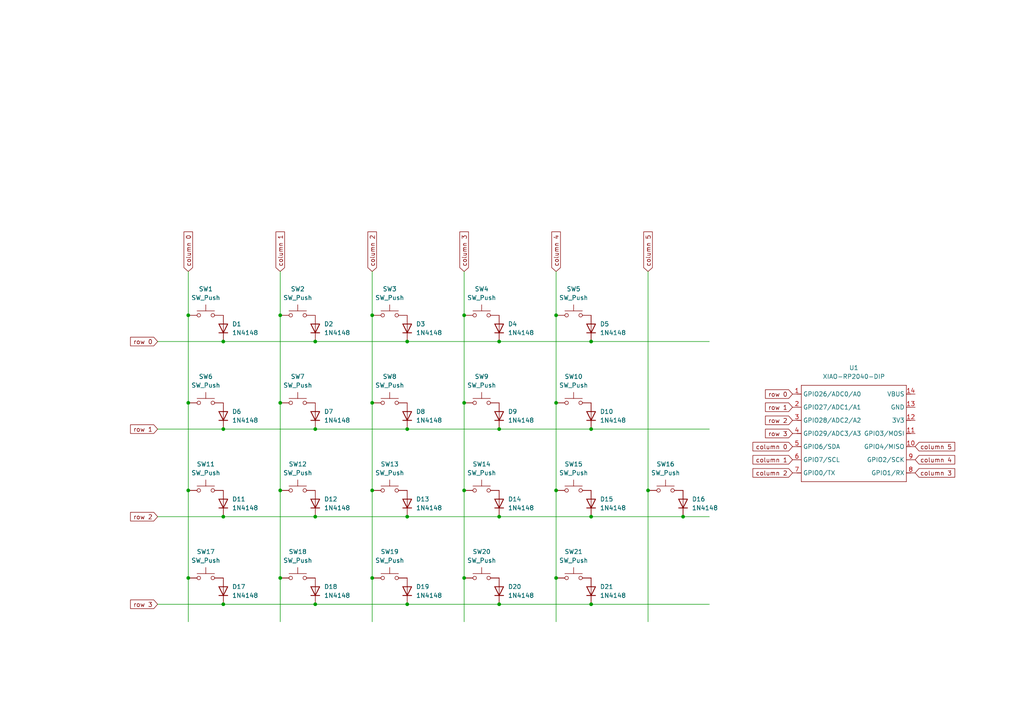
<source format=kicad_sch>
(kicad_sch
	(version 20250114)
	(generator "eeschema")
	(generator_version "9.0")
	(uuid "8fe3032e-59bc-4d6f-bda0-117d939cf4f5")
	(paper "A4")
	(lib_symbols
		(symbol "Diode:1N4148"
			(pin_numbers
				(hide yes)
			)
			(pin_names
				(hide yes)
			)
			(exclude_from_sim no)
			(in_bom yes)
			(on_board yes)
			(property "Reference" "D"
				(at 0 2.54 0)
				(effects
					(font
						(size 1.27 1.27)
					)
				)
			)
			(property "Value" "1N4148"
				(at 0 -2.54 0)
				(effects
					(font
						(size 1.27 1.27)
					)
				)
			)
			(property "Footprint" "Diode_THT:D_DO-35_SOD27_P7.62mm_Horizontal"
				(at 0 0 0)
				(effects
					(font
						(size 1.27 1.27)
					)
					(hide yes)
				)
			)
			(property "Datasheet" "https://assets.nexperia.com/documents/data-sheet/1N4148_1N4448.pdf"
				(at 0 0 0)
				(effects
					(font
						(size 1.27 1.27)
					)
					(hide yes)
				)
			)
			(property "Description" "100V 0.15A standard switching diode, DO-35"
				(at 0 0 0)
				(effects
					(font
						(size 1.27 1.27)
					)
					(hide yes)
				)
			)
			(property "Sim.Device" "D"
				(at 0 0 0)
				(effects
					(font
						(size 1.27 1.27)
					)
					(hide yes)
				)
			)
			(property "Sim.Pins" "1=K 2=A"
				(at 0 0 0)
				(effects
					(font
						(size 1.27 1.27)
					)
					(hide yes)
				)
			)
			(property "ki_keywords" "diode"
				(at 0 0 0)
				(effects
					(font
						(size 1.27 1.27)
					)
					(hide yes)
				)
			)
			(property "ki_fp_filters" "D*DO?35*"
				(at 0 0 0)
				(effects
					(font
						(size 1.27 1.27)
					)
					(hide yes)
				)
			)
			(symbol "1N4148_0_1"
				(polyline
					(pts
						(xy -1.27 1.27) (xy -1.27 -1.27)
					)
					(stroke
						(width 0.254)
						(type default)
					)
					(fill
						(type none)
					)
				)
				(polyline
					(pts
						(xy 1.27 1.27) (xy 1.27 -1.27) (xy -1.27 0) (xy 1.27 1.27)
					)
					(stroke
						(width 0.254)
						(type default)
					)
					(fill
						(type none)
					)
				)
				(polyline
					(pts
						(xy 1.27 0) (xy -1.27 0)
					)
					(stroke
						(width 0)
						(type default)
					)
					(fill
						(type none)
					)
				)
			)
			(symbol "1N4148_1_1"
				(pin passive line
					(at -3.81 0 0)
					(length 2.54)
					(name "K"
						(effects
							(font
								(size 1.27 1.27)
							)
						)
					)
					(number "1"
						(effects
							(font
								(size 1.27 1.27)
							)
						)
					)
				)
				(pin passive line
					(at 3.81 0 180)
					(length 2.54)
					(name "A"
						(effects
							(font
								(size 1.27 1.27)
							)
						)
					)
					(number "2"
						(effects
							(font
								(size 1.27 1.27)
							)
						)
					)
				)
			)
			(embedded_fonts no)
		)
		(symbol "Seeed_Studio_XIAO_Series:XIAO-RP2040-DIP"
			(exclude_from_sim no)
			(in_bom yes)
			(on_board yes)
			(property "Reference" "U"
				(at 0 0 0)
				(effects
					(font
						(size 1.27 1.27)
					)
				)
			)
			(property "Value" "XIAO-RP2040-DIP"
				(at 5.334 -1.778 0)
				(effects
					(font
						(size 1.27 1.27)
					)
				)
			)
			(property "Footprint" "Module:MOUDLE14P-XIAO-DIP-SMD"
				(at 14.478 -32.258 0)
				(effects
					(font
						(size 1.27 1.27)
					)
					(hide yes)
				)
			)
			(property "Datasheet" ""
				(at 0 0 0)
				(effects
					(font
						(size 1.27 1.27)
					)
					(hide yes)
				)
			)
			(property "Description" ""
				(at 0 0 0)
				(effects
					(font
						(size 1.27 1.27)
					)
					(hide yes)
				)
			)
			(symbol "XIAO-RP2040-DIP_1_0"
				(polyline
					(pts
						(xy -1.27 -2.54) (xy 29.21 -2.54)
					)
					(stroke
						(width 0.1524)
						(type solid)
					)
					(fill
						(type none)
					)
				)
				(polyline
					(pts
						(xy -1.27 -5.08) (xy -2.54 -5.08)
					)
					(stroke
						(width 0.1524)
						(type solid)
					)
					(fill
						(type none)
					)
				)
				(polyline
					(pts
						(xy -1.27 -5.08) (xy -1.27 -2.54)
					)
					(stroke
						(width 0.1524)
						(type solid)
					)
					(fill
						(type none)
					)
				)
				(polyline
					(pts
						(xy -1.27 -8.89) (xy -2.54 -8.89)
					)
					(stroke
						(width 0.1524)
						(type solid)
					)
					(fill
						(type none)
					)
				)
				(polyline
					(pts
						(xy -1.27 -8.89) (xy -1.27 -5.08)
					)
					(stroke
						(width 0.1524)
						(type solid)
					)
					(fill
						(type none)
					)
				)
				(polyline
					(pts
						(xy -1.27 -12.7) (xy -2.54 -12.7)
					)
					(stroke
						(width 0.1524)
						(type solid)
					)
					(fill
						(type none)
					)
				)
				(polyline
					(pts
						(xy -1.27 -12.7) (xy -1.27 -8.89)
					)
					(stroke
						(width 0.1524)
						(type solid)
					)
					(fill
						(type none)
					)
				)
				(polyline
					(pts
						(xy -1.27 -16.51) (xy -2.54 -16.51)
					)
					(stroke
						(width 0.1524)
						(type solid)
					)
					(fill
						(type none)
					)
				)
				(polyline
					(pts
						(xy -1.27 -16.51) (xy -1.27 -12.7)
					)
					(stroke
						(width 0.1524)
						(type solid)
					)
					(fill
						(type none)
					)
				)
				(polyline
					(pts
						(xy -1.27 -20.32) (xy -2.54 -20.32)
					)
					(stroke
						(width 0.1524)
						(type solid)
					)
					(fill
						(type none)
					)
				)
				(polyline
					(pts
						(xy -1.27 -24.13) (xy -2.54 -24.13)
					)
					(stroke
						(width 0.1524)
						(type solid)
					)
					(fill
						(type none)
					)
				)
				(polyline
					(pts
						(xy -1.27 -27.94) (xy -2.54 -27.94)
					)
					(stroke
						(width 0.1524)
						(type solid)
					)
					(fill
						(type none)
					)
				)
				(polyline
					(pts
						(xy -1.27 -30.48) (xy -1.27 -16.51)
					)
					(stroke
						(width 0.1524)
						(type solid)
					)
					(fill
						(type none)
					)
				)
				(polyline
					(pts
						(xy 29.21 -2.54) (xy 29.21 -5.08)
					)
					(stroke
						(width 0.1524)
						(type solid)
					)
					(fill
						(type none)
					)
				)
				(polyline
					(pts
						(xy 29.21 -5.08) (xy 29.21 -8.89)
					)
					(stroke
						(width 0.1524)
						(type solid)
					)
					(fill
						(type none)
					)
				)
				(polyline
					(pts
						(xy 29.21 -8.89) (xy 29.21 -12.7)
					)
					(stroke
						(width 0.1524)
						(type solid)
					)
					(fill
						(type none)
					)
				)
				(polyline
					(pts
						(xy 29.21 -12.7) (xy 29.21 -30.48)
					)
					(stroke
						(width 0.1524)
						(type solid)
					)
					(fill
						(type none)
					)
				)
				(polyline
					(pts
						(xy 29.21 -30.48) (xy -1.27 -30.48)
					)
					(stroke
						(width 0.1524)
						(type solid)
					)
					(fill
						(type none)
					)
				)
				(polyline
					(pts
						(xy 30.48 -5.08) (xy 29.21 -5.08)
					)
					(stroke
						(width 0.1524)
						(type solid)
					)
					(fill
						(type none)
					)
				)
				(polyline
					(pts
						(xy 30.48 -8.89) (xy 29.21 -8.89)
					)
					(stroke
						(width 0.1524)
						(type solid)
					)
					(fill
						(type none)
					)
				)
				(polyline
					(pts
						(xy 30.48 -12.7) (xy 29.21 -12.7)
					)
					(stroke
						(width 0.1524)
						(type solid)
					)
					(fill
						(type none)
					)
				)
				(polyline
					(pts
						(xy 30.48 -16.51) (xy 29.21 -16.51)
					)
					(stroke
						(width 0.1524)
						(type solid)
					)
					(fill
						(type none)
					)
				)
				(polyline
					(pts
						(xy 30.48 -20.32) (xy 29.21 -20.32)
					)
					(stroke
						(width 0.1524)
						(type solid)
					)
					(fill
						(type none)
					)
				)
				(polyline
					(pts
						(xy 30.48 -24.13) (xy 29.21 -24.13)
					)
					(stroke
						(width 0.1524)
						(type solid)
					)
					(fill
						(type none)
					)
				)
				(polyline
					(pts
						(xy 30.48 -27.94) (xy 29.21 -27.94)
					)
					(stroke
						(width 0.1524)
						(type solid)
					)
					(fill
						(type none)
					)
				)
				(pin passive line
					(at -3.81 -5.08 0)
					(length 2.54)
					(name "GPIO26/ADC0/A0"
						(effects
							(font
								(size 1.27 1.27)
							)
						)
					)
					(number "1"
						(effects
							(font
								(size 1.27 1.27)
							)
						)
					)
				)
				(pin passive line
					(at -3.81 -8.89 0)
					(length 2.54)
					(name "GPIO27/ADC1/A1"
						(effects
							(font
								(size 1.27 1.27)
							)
						)
					)
					(number "2"
						(effects
							(font
								(size 1.27 1.27)
							)
						)
					)
				)
				(pin passive line
					(at -3.81 -12.7 0)
					(length 2.54)
					(name "GPIO28/ADC2/A2"
						(effects
							(font
								(size 1.27 1.27)
							)
						)
					)
					(number "3"
						(effects
							(font
								(size 1.27 1.27)
							)
						)
					)
				)
				(pin passive line
					(at -3.81 -16.51 0)
					(length 2.54)
					(name "GPIO29/ADC3/A3"
						(effects
							(font
								(size 1.27 1.27)
							)
						)
					)
					(number "4"
						(effects
							(font
								(size 1.27 1.27)
							)
						)
					)
				)
				(pin passive line
					(at -3.81 -20.32 0)
					(length 2.54)
					(name "GPIO6/SDA"
						(effects
							(font
								(size 1.27 1.27)
							)
						)
					)
					(number "5"
						(effects
							(font
								(size 1.27 1.27)
							)
						)
					)
				)
				(pin passive line
					(at -3.81 -24.13 0)
					(length 2.54)
					(name "GPIO7/SCL"
						(effects
							(font
								(size 1.27 1.27)
							)
						)
					)
					(number "6"
						(effects
							(font
								(size 1.27 1.27)
							)
						)
					)
				)
				(pin passive line
					(at -3.81 -27.94 0)
					(length 2.54)
					(name "GPIO0/TX"
						(effects
							(font
								(size 1.27 1.27)
							)
						)
					)
					(number "7"
						(effects
							(font
								(size 1.27 1.27)
							)
						)
					)
				)
				(pin passive line
					(at 31.75 -5.08 180)
					(length 2.54)
					(name "VBUS"
						(effects
							(font
								(size 1.27 1.27)
							)
						)
					)
					(number "14"
						(effects
							(font
								(size 1.27 1.27)
							)
						)
					)
				)
				(pin passive line
					(at 31.75 -8.89 180)
					(length 2.54)
					(name "GND"
						(effects
							(font
								(size 1.27 1.27)
							)
						)
					)
					(number "13"
						(effects
							(font
								(size 1.27 1.27)
							)
						)
					)
				)
				(pin passive line
					(at 31.75 -12.7 180)
					(length 2.54)
					(name "3V3"
						(effects
							(font
								(size 1.27 1.27)
							)
						)
					)
					(number "12"
						(effects
							(font
								(size 1.27 1.27)
							)
						)
					)
				)
				(pin passive line
					(at 31.75 -16.51 180)
					(length 2.54)
					(name "GPIO3/MOSI"
						(effects
							(font
								(size 1.27 1.27)
							)
						)
					)
					(number "11"
						(effects
							(font
								(size 1.27 1.27)
							)
						)
					)
				)
				(pin passive line
					(at 31.75 -20.32 180)
					(length 2.54)
					(name "GPIO4/MISO"
						(effects
							(font
								(size 1.27 1.27)
							)
						)
					)
					(number "10"
						(effects
							(font
								(size 1.27 1.27)
							)
						)
					)
				)
				(pin passive line
					(at 31.75 -24.13 180)
					(length 2.54)
					(name "GPIO2/SCK"
						(effects
							(font
								(size 1.27 1.27)
							)
						)
					)
					(number "9"
						(effects
							(font
								(size 1.27 1.27)
							)
						)
					)
				)
				(pin passive line
					(at 31.75 -27.94 180)
					(length 2.54)
					(name "GPIO1/RX"
						(effects
							(font
								(size 1.27 1.27)
							)
						)
					)
					(number "8"
						(effects
							(font
								(size 1.27 1.27)
							)
						)
					)
				)
			)
			(embedded_fonts no)
		)
		(symbol "Switch:SW_Push"
			(pin_numbers
				(hide yes)
			)
			(pin_names
				(offset 1.016)
				(hide yes)
			)
			(exclude_from_sim no)
			(in_bom yes)
			(on_board yes)
			(property "Reference" "SW"
				(at 1.27 2.54 0)
				(effects
					(font
						(size 1.27 1.27)
					)
					(justify left)
				)
			)
			(property "Value" "SW_Push"
				(at 0 -1.524 0)
				(effects
					(font
						(size 1.27 1.27)
					)
				)
			)
			(property "Footprint" ""
				(at 0 5.08 0)
				(effects
					(font
						(size 1.27 1.27)
					)
					(hide yes)
				)
			)
			(property "Datasheet" "~"
				(at 0 5.08 0)
				(effects
					(font
						(size 1.27 1.27)
					)
					(hide yes)
				)
			)
			(property "Description" "Push button switch, generic, two pins"
				(at 0 0 0)
				(effects
					(font
						(size 1.27 1.27)
					)
					(hide yes)
				)
			)
			(property "ki_keywords" "switch normally-open pushbutton push-button"
				(at 0 0 0)
				(effects
					(font
						(size 1.27 1.27)
					)
					(hide yes)
				)
			)
			(symbol "SW_Push_0_1"
				(circle
					(center -2.032 0)
					(radius 0.508)
					(stroke
						(width 0)
						(type default)
					)
					(fill
						(type none)
					)
				)
				(polyline
					(pts
						(xy 0 1.27) (xy 0 3.048)
					)
					(stroke
						(width 0)
						(type default)
					)
					(fill
						(type none)
					)
				)
				(circle
					(center 2.032 0)
					(radius 0.508)
					(stroke
						(width 0)
						(type default)
					)
					(fill
						(type none)
					)
				)
				(polyline
					(pts
						(xy 2.54 1.27) (xy -2.54 1.27)
					)
					(stroke
						(width 0)
						(type default)
					)
					(fill
						(type none)
					)
				)
				(pin passive line
					(at -5.08 0 0)
					(length 2.54)
					(name "1"
						(effects
							(font
								(size 1.27 1.27)
							)
						)
					)
					(number "1"
						(effects
							(font
								(size 1.27 1.27)
							)
						)
					)
				)
				(pin passive line
					(at 5.08 0 180)
					(length 2.54)
					(name "2"
						(effects
							(font
								(size 1.27 1.27)
							)
						)
					)
					(number "2"
						(effects
							(font
								(size 1.27 1.27)
							)
						)
					)
				)
			)
			(embedded_fonts no)
		)
	)
	(junction
		(at 134.62 142.24)
		(diameter 0)
		(color 0 0 0 0)
		(uuid "00f2b4ed-2ecb-498b-aad3-fbf7a0d1dceb")
	)
	(junction
		(at 171.45 99.06)
		(diameter 0)
		(color 0 0 0 0)
		(uuid "01eaab4b-c116-4b1a-9cbf-0e0553670c0c")
	)
	(junction
		(at 64.77 175.26)
		(diameter 0)
		(color 0 0 0 0)
		(uuid "0ac325ff-83a1-4390-943d-4c808f511b8a")
	)
	(junction
		(at 134.62 91.44)
		(diameter 0)
		(color 0 0 0 0)
		(uuid "169c05da-ccc3-4dd5-98e2-58dc8b4d0f7d")
	)
	(junction
		(at 54.61 116.84)
		(diameter 0)
		(color 0 0 0 0)
		(uuid "1ce7cce2-a11b-41ff-a893-0be87817f73d")
	)
	(junction
		(at 81.28 116.84)
		(diameter 0)
		(color 0 0 0 0)
		(uuid "229e94f0-f289-4447-a1d6-a01c2dc7f4f7")
	)
	(junction
		(at 144.78 175.26)
		(diameter 0)
		(color 0 0 0 0)
		(uuid "27160a01-58e0-4cd7-8201-1bf5cd9846da")
	)
	(junction
		(at 161.29 91.44)
		(diameter 0)
		(color 0 0 0 0)
		(uuid "281d3635-f081-4cc0-a1eb-437bc625916d")
	)
	(junction
		(at 54.61 167.64)
		(diameter 0)
		(color 0 0 0 0)
		(uuid "44a6f2fb-7264-44f2-92bf-d8872ae1b888")
	)
	(junction
		(at 81.28 142.24)
		(diameter 0)
		(color 0 0 0 0)
		(uuid "44c45e29-8507-4d46-9880-2cb0ee78e47d")
	)
	(junction
		(at 118.11 175.26)
		(diameter 0)
		(color 0 0 0 0)
		(uuid "4fb21b3d-a6b1-4090-984b-bd73d6515dc6")
	)
	(junction
		(at 54.61 91.44)
		(diameter 0)
		(color 0 0 0 0)
		(uuid "575f3ebe-ed67-4f65-9e65-9844702bbb42")
	)
	(junction
		(at 118.11 149.86)
		(diameter 0)
		(color 0 0 0 0)
		(uuid "58f6ca2a-c9e7-4a00-844f-3a7f18ffdef8")
	)
	(junction
		(at 144.78 99.06)
		(diameter 0)
		(color 0 0 0 0)
		(uuid "674ed22d-04ab-4363-8a30-e6461f268fca")
	)
	(junction
		(at 134.62 167.64)
		(diameter 0)
		(color 0 0 0 0)
		(uuid "6a4c7b04-2bff-40e6-8469-4f7b5492595e")
	)
	(junction
		(at 54.61 142.24)
		(diameter 0)
		(color 0 0 0 0)
		(uuid "78a7c94a-0427-47c0-bc4c-62b4bfc2a9ae")
	)
	(junction
		(at 144.78 124.46)
		(diameter 0)
		(color 0 0 0 0)
		(uuid "78c44429-0af7-4a93-acf2-e2c1d8cd3387")
	)
	(junction
		(at 64.77 124.46)
		(diameter 0)
		(color 0 0 0 0)
		(uuid "7a78e844-7272-4ba1-b028-06df726b6ad0")
	)
	(junction
		(at 134.62 116.84)
		(diameter 0)
		(color 0 0 0 0)
		(uuid "83b55712-e372-43c2-870d-7fe92fffb134")
	)
	(junction
		(at 81.28 91.44)
		(diameter 0)
		(color 0 0 0 0)
		(uuid "8c5f42ba-313f-4a54-8418-5af1fb56b666")
	)
	(junction
		(at 161.29 142.24)
		(diameter 0)
		(color 0 0 0 0)
		(uuid "935b882f-67e4-4feb-a8d9-61580451a763")
	)
	(junction
		(at 107.95 116.84)
		(diameter 0)
		(color 0 0 0 0)
		(uuid "9d05e9ab-46e7-4a0d-855c-f9a40b91eecd")
	)
	(junction
		(at 161.29 167.64)
		(diameter 0)
		(color 0 0 0 0)
		(uuid "a150e8f8-70ea-4bd4-81f3-bafa38a82dd1")
	)
	(junction
		(at 107.95 91.44)
		(diameter 0)
		(color 0 0 0 0)
		(uuid "a2e149b0-6386-4178-9b05-879b8135d9f0")
	)
	(junction
		(at 171.45 175.26)
		(diameter 0)
		(color 0 0 0 0)
		(uuid "a5770886-d61b-4d2b-bc69-886f479afa8f")
	)
	(junction
		(at 64.77 99.06)
		(diameter 0)
		(color 0 0 0 0)
		(uuid "a8600d91-eb7e-430b-9f2b-688ebf08d677")
	)
	(junction
		(at 171.45 149.86)
		(diameter 0)
		(color 0 0 0 0)
		(uuid "a99b8696-ded1-4de8-9b63-6e173cae8608")
	)
	(junction
		(at 144.78 149.86)
		(diameter 0)
		(color 0 0 0 0)
		(uuid "b07838bb-794f-45df-aac4-660d990b413d")
	)
	(junction
		(at 91.44 99.06)
		(diameter 0)
		(color 0 0 0 0)
		(uuid "b5e8cf91-32c5-48ab-8e32-4a538cd3bbd6")
	)
	(junction
		(at 118.11 99.06)
		(diameter 0)
		(color 0 0 0 0)
		(uuid "b963aeb1-5f3a-4ba3-a539-5dfd99ae1255")
	)
	(junction
		(at 64.77 149.86)
		(diameter 0)
		(color 0 0 0 0)
		(uuid "b97d765a-01a7-40fb-b133-7cf5ee2834e7")
	)
	(junction
		(at 161.29 116.84)
		(diameter 0)
		(color 0 0 0 0)
		(uuid "bad2a264-a816-4ef7-bc4f-df5eb6e9495f")
	)
	(junction
		(at 91.44 175.26)
		(diameter 0)
		(color 0 0 0 0)
		(uuid "bae3d12a-39f5-436f-8b0f-867fc6c3c5af")
	)
	(junction
		(at 107.95 167.64)
		(diameter 0)
		(color 0 0 0 0)
		(uuid "c26071bb-a456-4052-aac9-16366b1dc00e")
	)
	(junction
		(at 118.11 124.46)
		(diameter 0)
		(color 0 0 0 0)
		(uuid "cad441ba-0660-4964-8095-4fb05574d65a")
	)
	(junction
		(at 187.96 142.24)
		(diameter 0)
		(color 0 0 0 0)
		(uuid "df9bf632-82da-454f-9a20-694ad40553e1")
	)
	(junction
		(at 81.28 167.64)
		(diameter 0)
		(color 0 0 0 0)
		(uuid "ebb8bfa1-8421-47d4-ba6f-88a99099001a")
	)
	(junction
		(at 107.95 142.24)
		(diameter 0)
		(color 0 0 0 0)
		(uuid "ef0cfc8e-27a5-462e-99b2-fa054f4cd937")
	)
	(junction
		(at 91.44 149.86)
		(diameter 0)
		(color 0 0 0 0)
		(uuid "f48b90ea-9c95-4f20-a774-81a8f683ca4e")
	)
	(junction
		(at 91.44 124.46)
		(diameter 0)
		(color 0 0 0 0)
		(uuid "f88d0e4c-13ff-42c3-a342-14c7227cd950")
	)
	(junction
		(at 171.45 124.46)
		(diameter 0)
		(color 0 0 0 0)
		(uuid "fcf194d8-ddf5-4d0d-a251-99b654e8ef85")
	)
	(junction
		(at 198.12 149.86)
		(diameter 0)
		(color 0 0 0 0)
		(uuid "fde74921-18b4-409c-ad02-5da97337b830")
	)
	(wire
		(pts
			(xy 64.77 124.46) (xy 91.44 124.46)
		)
		(stroke
			(width 0)
			(type default)
		)
		(uuid "03a42b30-c60d-4360-80e5-7361ac911bfb")
	)
	(wire
		(pts
			(xy 54.61 142.24) (xy 54.61 167.64)
		)
		(stroke
			(width 0)
			(type default)
		)
		(uuid "09c11515-286b-4c06-808e-17e6d6fefc5c")
	)
	(wire
		(pts
			(xy 81.28 78.74) (xy 81.28 91.44)
		)
		(stroke
			(width 0)
			(type default)
		)
		(uuid "125c6314-1a8b-496a-a436-001133cec997")
	)
	(wire
		(pts
			(xy 54.61 116.84) (xy 54.61 142.24)
		)
		(stroke
			(width 0)
			(type default)
		)
		(uuid "1a528d33-042f-4844-a772-1c8dfb69e292")
	)
	(wire
		(pts
			(xy 107.95 142.24) (xy 107.95 167.64)
		)
		(stroke
			(width 0)
			(type default)
		)
		(uuid "25a01924-c994-41e9-a9c1-2a8bed38da31")
	)
	(wire
		(pts
			(xy 134.62 167.64) (xy 134.62 180.34)
		)
		(stroke
			(width 0)
			(type default)
		)
		(uuid "27bbf1a1-dec2-4af6-8a53-7ed662d36cf9")
	)
	(wire
		(pts
			(xy 91.44 124.46) (xy 118.11 124.46)
		)
		(stroke
			(width 0)
			(type default)
		)
		(uuid "29ecb8eb-4ab3-4200-8853-05c37c82d424")
	)
	(wire
		(pts
			(xy 171.45 149.86) (xy 198.12 149.86)
		)
		(stroke
			(width 0)
			(type default)
		)
		(uuid "29ee3d02-a3ee-4d33-9d91-1375b82f1282")
	)
	(wire
		(pts
			(xy 64.77 175.26) (xy 91.44 175.26)
		)
		(stroke
			(width 0)
			(type default)
		)
		(uuid "2b00a962-ac52-4b85-9fad-f4488a95a93c")
	)
	(wire
		(pts
			(xy 81.28 91.44) (xy 81.28 116.84)
		)
		(stroke
			(width 0)
			(type default)
		)
		(uuid "3081f70c-fdc8-400b-9411-badae81941a9")
	)
	(wire
		(pts
			(xy 91.44 99.06) (xy 118.11 99.06)
		)
		(stroke
			(width 0)
			(type default)
		)
		(uuid "45026b11-a374-4570-947c-d650a919ebe1")
	)
	(wire
		(pts
			(xy 91.44 149.86) (xy 118.11 149.86)
		)
		(stroke
			(width 0)
			(type default)
		)
		(uuid "47466e9f-afc7-4205-9525-ae25ae8518a2")
	)
	(wire
		(pts
			(xy 45.72 124.46) (xy 64.77 124.46)
		)
		(stroke
			(width 0)
			(type default)
		)
		(uuid "491ff38e-008d-4b3d-871c-79c847d872b6")
	)
	(wire
		(pts
			(xy 171.45 99.06) (xy 205.74 99.06)
		)
		(stroke
			(width 0)
			(type default)
		)
		(uuid "4ec48239-7855-4719-ab37-a0c44f30eeb7")
	)
	(wire
		(pts
			(xy 171.45 175.26) (xy 205.74 175.26)
		)
		(stroke
			(width 0)
			(type default)
		)
		(uuid "56de4d49-0ca4-4e2d-a488-16e9f80728b5")
	)
	(wire
		(pts
			(xy 81.28 116.84) (xy 81.28 142.24)
		)
		(stroke
			(width 0)
			(type default)
		)
		(uuid "5a3530bf-ab52-4fe5-82ab-b4eef0198860")
	)
	(wire
		(pts
			(xy 161.29 116.84) (xy 161.29 142.24)
		)
		(stroke
			(width 0)
			(type default)
		)
		(uuid "71763ba1-40af-4b82-be71-f4493dd1227b")
	)
	(wire
		(pts
			(xy 134.62 142.24) (xy 134.62 167.64)
		)
		(stroke
			(width 0)
			(type default)
		)
		(uuid "77d9d49d-1990-4818-9d24-0a74b98a4489")
	)
	(wire
		(pts
			(xy 107.95 78.74) (xy 107.95 91.44)
		)
		(stroke
			(width 0)
			(type default)
		)
		(uuid "7e03736b-54a2-4050-99f1-e50b432169fb")
	)
	(wire
		(pts
			(xy 54.61 91.44) (xy 54.61 116.84)
		)
		(stroke
			(width 0)
			(type default)
		)
		(uuid "80acb46b-6bcd-4bf5-a249-be96aca83050")
	)
	(wire
		(pts
			(xy 134.62 91.44) (xy 134.62 116.84)
		)
		(stroke
			(width 0)
			(type default)
		)
		(uuid "89c9f358-4ce2-4176-96e8-6bf26f92c67b")
	)
	(wire
		(pts
			(xy 54.61 167.64) (xy 54.61 180.34)
		)
		(stroke
			(width 0)
			(type default)
		)
		(uuid "8a382447-4156-4748-a6ce-fdb258b0cc57")
	)
	(wire
		(pts
			(xy 161.29 167.64) (xy 161.29 180.34)
		)
		(stroke
			(width 0)
			(type default)
		)
		(uuid "8b3075ef-fc8d-435b-b1fd-31ac429c9841")
	)
	(wire
		(pts
			(xy 45.72 149.86) (xy 64.77 149.86)
		)
		(stroke
			(width 0)
			(type default)
		)
		(uuid "8ee929d9-45e6-4b5d-b835-d1480496eeeb")
	)
	(wire
		(pts
			(xy 187.96 142.24) (xy 187.96 180.34)
		)
		(stroke
			(width 0)
			(type default)
		)
		(uuid "90060c7d-c407-419d-b713-fe082e2946bc")
	)
	(wire
		(pts
			(xy 144.78 99.06) (xy 171.45 99.06)
		)
		(stroke
			(width 0)
			(type default)
		)
		(uuid "93348426-1914-4bfc-a86f-7b19a66d17f8")
	)
	(wire
		(pts
			(xy 161.29 78.74) (xy 161.29 91.44)
		)
		(stroke
			(width 0)
			(type default)
		)
		(uuid "939a5fcc-c043-424f-8886-cf469f1d780a")
	)
	(wire
		(pts
			(xy 45.72 175.26) (xy 64.77 175.26)
		)
		(stroke
			(width 0)
			(type default)
		)
		(uuid "9df3cada-c0d0-4284-bb4b-80e6b45fe799")
	)
	(wire
		(pts
			(xy 144.78 175.26) (xy 171.45 175.26)
		)
		(stroke
			(width 0)
			(type default)
		)
		(uuid "a812bf79-bf9e-458b-b38e-8faf413f7c32")
	)
	(wire
		(pts
			(xy 81.28 167.64) (xy 81.28 180.34)
		)
		(stroke
			(width 0)
			(type default)
		)
		(uuid "b0e8a23d-6672-4502-89a5-42c136e27377")
	)
	(wire
		(pts
			(xy 45.72 99.06) (xy 64.77 99.06)
		)
		(stroke
			(width 0)
			(type default)
		)
		(uuid "c4b090ee-0b42-46d3-a163-83e7882d6864")
	)
	(wire
		(pts
			(xy 134.62 116.84) (xy 134.62 142.24)
		)
		(stroke
			(width 0)
			(type default)
		)
		(uuid "c718b410-a56c-4b22-ba95-4a31c520ebc0")
	)
	(wire
		(pts
			(xy 64.77 99.06) (xy 91.44 99.06)
		)
		(stroke
			(width 0)
			(type default)
		)
		(uuid "cb6b00fb-1794-4b0b-be38-e393860d0ca0")
	)
	(wire
		(pts
			(xy 118.11 124.46) (xy 144.78 124.46)
		)
		(stroke
			(width 0)
			(type default)
		)
		(uuid "cd5fa470-74b7-4e09-94d9-bd012c1662da")
	)
	(wire
		(pts
			(xy 118.11 149.86) (xy 144.78 149.86)
		)
		(stroke
			(width 0)
			(type default)
		)
		(uuid "d063e85b-a5fa-4269-ac97-689941534673")
	)
	(wire
		(pts
			(xy 187.96 78.74) (xy 187.96 142.24)
		)
		(stroke
			(width 0)
			(type default)
		)
		(uuid "d147b592-f401-4a0a-af42-ceac14829931")
	)
	(wire
		(pts
			(xy 81.28 142.24) (xy 81.28 167.64)
		)
		(stroke
			(width 0)
			(type default)
		)
		(uuid "d1d9c427-5292-4b39-8791-42087882b9df")
	)
	(wire
		(pts
			(xy 144.78 149.86) (xy 171.45 149.86)
		)
		(stroke
			(width 0)
			(type default)
		)
		(uuid "d2023c8f-7a29-4f16-98f9-ae39b06ba7a7")
	)
	(wire
		(pts
			(xy 107.95 167.64) (xy 107.95 180.34)
		)
		(stroke
			(width 0)
			(type default)
		)
		(uuid "d9e3df28-d07c-4e03-aaa3-a49ceaa6879a")
	)
	(wire
		(pts
			(xy 118.11 175.26) (xy 144.78 175.26)
		)
		(stroke
			(width 0)
			(type default)
		)
		(uuid "db4f3e16-c2b3-4f96-a4d8-cef2178b3e05")
	)
	(wire
		(pts
			(xy 171.45 124.46) (xy 205.74 124.46)
		)
		(stroke
			(width 0)
			(type default)
		)
		(uuid "dc967fd9-aad1-49ba-be51-7a58fec93e96")
	)
	(wire
		(pts
			(xy 118.11 99.06) (xy 144.78 99.06)
		)
		(stroke
			(width 0)
			(type default)
		)
		(uuid "dceafb3e-38db-46b8-96ba-cc1d1ed17c6d")
	)
	(wire
		(pts
			(xy 107.95 91.44) (xy 107.95 116.84)
		)
		(stroke
			(width 0)
			(type default)
		)
		(uuid "de21b8a4-c2af-41d7-b823-19d6275dac37")
	)
	(wire
		(pts
			(xy 107.95 116.84) (xy 107.95 142.24)
		)
		(stroke
			(width 0)
			(type default)
		)
		(uuid "e5f24e54-64f3-4a49-a855-2d0fd454ef6d")
	)
	(wire
		(pts
			(xy 144.78 124.46) (xy 171.45 124.46)
		)
		(stroke
			(width 0)
			(type default)
		)
		(uuid "e8b09c7b-1518-4075-aa3c-1c5ebc6465b3")
	)
	(wire
		(pts
			(xy 134.62 78.74) (xy 134.62 91.44)
		)
		(stroke
			(width 0)
			(type default)
		)
		(uuid "eb4710d3-a88e-401c-83db-f790e890fff7")
	)
	(wire
		(pts
			(xy 64.77 149.86) (xy 91.44 149.86)
		)
		(stroke
			(width 0)
			(type default)
		)
		(uuid "eca73b6b-239d-4840-b140-2d99c4b2e62a")
	)
	(wire
		(pts
			(xy 54.61 78.74) (xy 54.61 91.44)
		)
		(stroke
			(width 0)
			(type default)
		)
		(uuid "ee199e03-9750-4975-96f6-fa9bac68db1c")
	)
	(wire
		(pts
			(xy 161.29 142.24) (xy 161.29 167.64)
		)
		(stroke
			(width 0)
			(type default)
		)
		(uuid "ee97049c-f41b-4618-bf6a-a664b80a421f")
	)
	(wire
		(pts
			(xy 161.29 91.44) (xy 161.29 116.84)
		)
		(stroke
			(width 0)
			(type default)
		)
		(uuid "f03e96b8-3ff4-4791-97c9-f3aa2250e7ba")
	)
	(wire
		(pts
			(xy 198.12 149.86) (xy 205.74 149.86)
		)
		(stroke
			(width 0)
			(type default)
		)
		(uuid "f83dc6cc-2cb4-41e2-a304-134c1b9ba1c9")
	)
	(wire
		(pts
			(xy 91.44 175.26) (xy 118.11 175.26)
		)
		(stroke
			(width 0)
			(type default)
		)
		(uuid "fe6e4c1b-81a8-4287-a5da-f9331cdc8002")
	)
	(global_label "column 5"
		(shape input)
		(at 187.96 78.74 90)
		(fields_autoplaced yes)
		(effects
			(font
				(size 1.27 1.27)
			)
			(justify left)
		)
		(uuid "01ae6f66-efcb-4e61-8383-9a9e082f63bb")
		(property "Intersheetrefs" "${INTERSHEET_REFS}"
			(at 187.96 66.6836 90)
			(effects
				(font
					(size 1.27 1.27)
				)
				(justify left)
				(hide yes)
			)
		)
	)
	(global_label "column 0"
		(shape input)
		(at 229.87 129.54 180)
		(fields_autoplaced yes)
		(effects
			(font
				(size 1.27 1.27)
			)
			(justify right)
		)
		(uuid "08b173db-1920-4fda-9183-1fc9cd8eabfd")
		(property "Intersheetrefs" "${INTERSHEET_REFS}"
			(at 217.8136 129.54 0)
			(effects
				(font
					(size 1.27 1.27)
				)
				(justify right)
				(hide yes)
			)
		)
	)
	(global_label "row 3"
		(shape input)
		(at 229.87 125.73 180)
		(fields_autoplaced yes)
		(effects
			(font
				(size 1.27 1.27)
			)
			(justify right)
		)
		(uuid "098f149d-4119-4007-9d2c-f0a81b8c658d")
		(property "Intersheetrefs" "${INTERSHEET_REFS}"
			(at 221.442 125.73 0)
			(effects
				(font
					(size 1.27 1.27)
				)
				(justify right)
				(hide yes)
			)
		)
	)
	(global_label "row 0"
		(shape input)
		(at 229.87 114.3 180)
		(fields_autoplaced yes)
		(effects
			(font
				(size 1.27 1.27)
			)
			(justify right)
		)
		(uuid "161b83fb-0ec4-486b-b8f3-90bf807d201c")
		(property "Intersheetrefs" "${INTERSHEET_REFS}"
			(at 221.442 114.3 0)
			(effects
				(font
					(size 1.27 1.27)
				)
				(justify right)
				(hide yes)
			)
		)
	)
	(global_label "column 2"
		(shape input)
		(at 229.87 137.16 180)
		(fields_autoplaced yes)
		(effects
			(font
				(size 1.27 1.27)
			)
			(justify right)
		)
		(uuid "1ac87837-de96-43d5-85d0-d188580b6515")
		(property "Intersheetrefs" "${INTERSHEET_REFS}"
			(at 217.8136 137.16 0)
			(effects
				(font
					(size 1.27 1.27)
				)
				(justify right)
				(hide yes)
			)
		)
	)
	(global_label "row 0"
		(shape input)
		(at 45.72 99.06 180)
		(fields_autoplaced yes)
		(effects
			(font
				(size 1.27 1.27)
			)
			(justify right)
		)
		(uuid "21049aac-95b0-45cb-8185-5f778b4fd161")
		(property "Intersheetrefs" "${INTERSHEET_REFS}"
			(at 37.292 99.06 0)
			(effects
				(font
					(size 1.27 1.27)
				)
				(justify right)
				(hide yes)
			)
		)
	)
	(global_label "column 3"
		(shape input)
		(at 134.62 78.74 90)
		(fields_autoplaced yes)
		(effects
			(font
				(size 1.27 1.27)
			)
			(justify left)
		)
		(uuid "2914ca0a-f795-4d4b-af74-22c12eeedf8a")
		(property "Intersheetrefs" "${INTERSHEET_REFS}"
			(at 134.62 66.6836 90)
			(effects
				(font
					(size 1.27 1.27)
				)
				(justify left)
				(hide yes)
			)
		)
	)
	(global_label "column 4"
		(shape input)
		(at 265.43 133.35 0)
		(fields_autoplaced yes)
		(effects
			(font
				(size 1.27 1.27)
			)
			(justify left)
		)
		(uuid "4b5c65b9-7163-4e4a-8810-d412825999f6")
		(property "Intersheetrefs" "${INTERSHEET_REFS}"
			(at 277.4864 133.35 0)
			(effects
				(font
					(size 1.27 1.27)
				)
				(justify left)
				(hide yes)
			)
		)
	)
	(global_label "column 4"
		(shape input)
		(at 161.29 78.74 90)
		(fields_autoplaced yes)
		(effects
			(font
				(size 1.27 1.27)
			)
			(justify left)
		)
		(uuid "507b02ba-6c19-40f1-bb41-d09c9ee28453")
		(property "Intersheetrefs" "${INTERSHEET_REFS}"
			(at 161.29 66.6836 90)
			(effects
				(font
					(size 1.27 1.27)
				)
				(justify left)
				(hide yes)
			)
		)
	)
	(global_label "column 2"
		(shape input)
		(at 107.95 78.74 90)
		(fields_autoplaced yes)
		(effects
			(font
				(size 1.27 1.27)
			)
			(justify left)
		)
		(uuid "64b1061b-79fa-4030-b2cf-3a1afaed8059")
		(property "Intersheetrefs" "${INTERSHEET_REFS}"
			(at 107.95 66.6836 90)
			(effects
				(font
					(size 1.27 1.27)
				)
				(justify left)
				(hide yes)
			)
		)
	)
	(global_label "column 1"
		(shape input)
		(at 81.28 78.74 90)
		(fields_autoplaced yes)
		(effects
			(font
				(size 1.27 1.27)
			)
			(justify left)
		)
		(uuid "999019b1-1453-464d-a2e5-010eaf5e050d")
		(property "Intersheetrefs" "${INTERSHEET_REFS}"
			(at 81.28 66.6836 90)
			(effects
				(font
					(size 1.27 1.27)
				)
				(justify left)
				(hide yes)
			)
		)
	)
	(global_label "row 1"
		(shape input)
		(at 45.72 124.46 180)
		(fields_autoplaced yes)
		(effects
			(font
				(size 1.27 1.27)
			)
			(justify right)
		)
		(uuid "a0b43431-e05d-4d28-a166-fc1c3aa1c0a3")
		(property "Intersheetrefs" "${INTERSHEET_REFS}"
			(at 37.292 124.46 0)
			(effects
				(font
					(size 1.27 1.27)
				)
				(justify right)
				(hide yes)
			)
		)
	)
	(global_label "row 2"
		(shape input)
		(at 45.72 149.86 180)
		(fields_autoplaced yes)
		(effects
			(font
				(size 1.27 1.27)
			)
			(justify right)
		)
		(uuid "c5f60c26-9182-4a35-9fa2-69ba79273390")
		(property "Intersheetrefs" "${INTERSHEET_REFS}"
			(at 37.292 149.86 0)
			(effects
				(font
					(size 1.27 1.27)
				)
				(justify right)
				(hide yes)
			)
		)
	)
	(global_label "column 0"
		(shape input)
		(at 54.61 78.74 90)
		(fields_autoplaced yes)
		(effects
			(font
				(size 1.27 1.27)
			)
			(justify left)
		)
		(uuid "c94bfabe-0c02-4a31-acfc-9680d51b1eb8")
		(property "Intersheetrefs" "${INTERSHEET_REFS}"
			(at 54.61 66.6836 90)
			(effects
				(font
					(size 1.27 1.27)
				)
				(justify left)
				(hide yes)
			)
		)
	)
	(global_label "row 3"
		(shape input)
		(at 45.72 175.26 180)
		(fields_autoplaced yes)
		(effects
			(font
				(size 1.27 1.27)
			)
			(justify right)
		)
		(uuid "d05bb70c-b0bf-4d3d-a588-3e4df1627f4d")
		(property "Intersheetrefs" "${INTERSHEET_REFS}"
			(at 37.292 175.26 0)
			(effects
				(font
					(size 1.27 1.27)
				)
				(justify right)
				(hide yes)
			)
		)
	)
	(global_label "column 1"
		(shape input)
		(at 229.87 133.35 180)
		(fields_autoplaced yes)
		(effects
			(font
				(size 1.27 1.27)
			)
			(justify right)
		)
		(uuid "e2aad4bc-1fba-4cb3-8870-10665421f429")
		(property "Intersheetrefs" "${INTERSHEET_REFS}"
			(at 217.8136 133.35 0)
			(effects
				(font
					(size 1.27 1.27)
				)
				(justify right)
				(hide yes)
			)
		)
	)
	(global_label "column 5"
		(shape input)
		(at 265.43 129.54 0)
		(fields_autoplaced yes)
		(effects
			(font
				(size 1.27 1.27)
			)
			(justify left)
		)
		(uuid "ea7ebc92-5445-4713-8a4c-245f73b17313")
		(property "Intersheetrefs" "${INTERSHEET_REFS}"
			(at 277.4864 129.54 0)
			(effects
				(font
					(size 1.27 1.27)
				)
				(justify left)
				(hide yes)
			)
		)
	)
	(global_label "row 1"
		(shape input)
		(at 229.87 118.11 180)
		(fields_autoplaced yes)
		(effects
			(font
				(size 1.27 1.27)
			)
			(justify right)
		)
		(uuid "f6b53a61-1777-4781-bed2-0ecc403de695")
		(property "Intersheetrefs" "${INTERSHEET_REFS}"
			(at 221.442 118.11 0)
			(effects
				(font
					(size 1.27 1.27)
				)
				(justify right)
				(hide yes)
			)
		)
	)
	(global_label "row 2"
		(shape input)
		(at 229.87 121.92 180)
		(fields_autoplaced yes)
		(effects
			(font
				(size 1.27 1.27)
			)
			(justify right)
		)
		(uuid "f847ddb4-a14d-4bfb-82d5-7d44aad39290")
		(property "Intersheetrefs" "${INTERSHEET_REFS}"
			(at 221.442 121.92 0)
			(effects
				(font
					(size 1.27 1.27)
				)
				(justify right)
				(hide yes)
			)
		)
	)
	(global_label "column 3"
		(shape input)
		(at 265.43 137.16 0)
		(fields_autoplaced yes)
		(effects
			(font
				(size 1.27 1.27)
			)
			(justify left)
		)
		(uuid "fad5db7e-cb68-4d7d-babf-8ad56f071c41")
		(property "Intersheetrefs" "${INTERSHEET_REFS}"
			(at 277.4864 137.16 0)
			(effects
				(font
					(size 1.27 1.27)
				)
				(justify left)
				(hide yes)
			)
		)
	)
	(symbol
		(lib_id "Diode:1N4148")
		(at 91.44 120.65 90)
		(unit 1)
		(exclude_from_sim no)
		(in_bom yes)
		(on_board yes)
		(dnp no)
		(fields_autoplaced yes)
		(uuid "06f80564-3d2b-49d3-a63c-15f09b2d2bc7")
		(property "Reference" "D7"
			(at 93.98 119.3799 90)
			(effects
				(font
					(size 1.27 1.27)
				)
				(justify right)
			)
		)
		(property "Value" "1N4148"
			(at 93.98 121.9199 90)
			(effects
				(font
					(size 1.27 1.27)
				)
				(justify right)
			)
		)
		(property "Footprint" "Diode_THT:D_DO-35_SOD27_P7.62mm_Horizontal"
			(at 91.44 120.65 0)
			(effects
				(font
					(size 1.27 1.27)
				)
				(hide yes)
			)
		)
		(property "Datasheet" "https://assets.nexperia.com/documents/data-sheet/1N4148_1N4448.pdf"
			(at 91.44 120.65 0)
			(effects
				(font
					(size 1.27 1.27)
				)
				(hide yes)
			)
		)
		(property "Description" "100V 0.15A standard switching diode, DO-35"
			(at 91.44 120.65 0)
			(effects
				(font
					(size 1.27 1.27)
				)
				(hide yes)
			)
		)
		(property "Sim.Device" "D"
			(at 91.44 120.65 0)
			(effects
				(font
					(size 1.27 1.27)
				)
				(hide yes)
			)
		)
		(property "Sim.Pins" "1=K 2=A"
			(at 91.44 120.65 0)
			(effects
				(font
					(size 1.27 1.27)
				)
				(hide yes)
			)
		)
		(pin "1"
			(uuid "fd7f7458-598c-4510-83ef-d8b774e82444")
		)
		(pin "2"
			(uuid "896dfbfb-9405-496d-9b85-61f9bd6638b7")
		)
		(instances
			(project "ergo_keeb_right"
				(path "/8fe3032e-59bc-4d6f-bda0-117d939cf4f5"
					(reference "D7")
					(unit 1)
				)
			)
		)
	)
	(symbol
		(lib_id "Diode:1N4148")
		(at 91.44 171.45 90)
		(unit 1)
		(exclude_from_sim no)
		(in_bom yes)
		(on_board yes)
		(dnp no)
		(fields_autoplaced yes)
		(uuid "0eab3588-0850-4f2b-929e-bd6fa2f2e40c")
		(property "Reference" "D18"
			(at 93.98 170.1799 90)
			(effects
				(font
					(size 1.27 1.27)
				)
				(justify right)
			)
		)
		(property "Value" "1N4148"
			(at 93.98 172.7199 90)
			(effects
				(font
					(size 1.27 1.27)
				)
				(justify right)
			)
		)
		(property "Footprint" "Diode_THT:D_DO-35_SOD27_P7.62mm_Horizontal"
			(at 91.44 171.45 0)
			(effects
				(font
					(size 1.27 1.27)
				)
				(hide yes)
			)
		)
		(property "Datasheet" "https://assets.nexperia.com/documents/data-sheet/1N4148_1N4448.pdf"
			(at 91.44 171.45 0)
			(effects
				(font
					(size 1.27 1.27)
				)
				(hide yes)
			)
		)
		(property "Description" "100V 0.15A standard switching diode, DO-35"
			(at 91.44 171.45 0)
			(effects
				(font
					(size 1.27 1.27)
				)
				(hide yes)
			)
		)
		(property "Sim.Device" "D"
			(at 91.44 171.45 0)
			(effects
				(font
					(size 1.27 1.27)
				)
				(hide yes)
			)
		)
		(property "Sim.Pins" "1=K 2=A"
			(at 91.44 171.45 0)
			(effects
				(font
					(size 1.27 1.27)
				)
				(hide yes)
			)
		)
		(pin "1"
			(uuid "239843d6-453b-43c9-8277-11fd08d2c9ed")
		)
		(pin "2"
			(uuid "45e36275-fab0-4ab5-bef7-f1e84cf1f13b")
		)
		(instances
			(project "ergo_keeb_right"
				(path "/8fe3032e-59bc-4d6f-bda0-117d939cf4f5"
					(reference "D18")
					(unit 1)
				)
			)
		)
	)
	(symbol
		(lib_id "Switch:SW_Push")
		(at 86.36 116.84 0)
		(unit 1)
		(exclude_from_sim no)
		(in_bom yes)
		(on_board yes)
		(dnp no)
		(fields_autoplaced yes)
		(uuid "0fa38caa-352f-4ef2-98d3-84bed4547cce")
		(property "Reference" "SW7"
			(at 86.36 109.22 0)
			(effects
				(font
					(size 1.27 1.27)
				)
			)
		)
		(property "Value" "SW_Push"
			(at 86.36 111.76 0)
			(effects
				(font
					(size 1.27 1.27)
				)
			)
		)
		(property "Footprint" "Button_Switch_Keyboard:SW_Cherry_MX_1.00u_PCB"
			(at 86.36 111.76 0)
			(effects
				(font
					(size 1.27 1.27)
				)
				(hide yes)
			)
		)
		(property "Datasheet" "~"
			(at 86.36 111.76 0)
			(effects
				(font
					(size 1.27 1.27)
				)
				(hide yes)
			)
		)
		(property "Description" "Push button switch, generic, two pins"
			(at 86.36 116.84 0)
			(effects
				(font
					(size 1.27 1.27)
				)
				(hide yes)
			)
		)
		(pin "1"
			(uuid "8fe56d9b-281d-40cc-bdb9-1aac2f2c8cdd")
		)
		(pin "2"
			(uuid "d87f6efb-1280-4a56-b8e8-fae7ebadd60b")
		)
		(instances
			(project "ergo_keeb_right"
				(path "/8fe3032e-59bc-4d6f-bda0-117d939cf4f5"
					(reference "SW7")
					(unit 1)
				)
			)
		)
	)
	(symbol
		(lib_id "Switch:SW_Push")
		(at 166.37 167.64 0)
		(unit 1)
		(exclude_from_sim no)
		(in_bom yes)
		(on_board yes)
		(dnp no)
		(fields_autoplaced yes)
		(uuid "1961a92e-997b-41f9-9ded-a24cd2817302")
		(property "Reference" "SW21"
			(at 166.37 160.02 0)
			(effects
				(font
					(size 1.27 1.27)
				)
			)
		)
		(property "Value" "SW_Push"
			(at 166.37 162.56 0)
			(effects
				(font
					(size 1.27 1.27)
				)
			)
		)
		(property "Footprint" "Button_Switch_Keyboard:SW_Cherry_MX_1.00u_PCB"
			(at 166.37 162.56 0)
			(effects
				(font
					(size 1.27 1.27)
				)
				(hide yes)
			)
		)
		(property "Datasheet" "~"
			(at 166.37 162.56 0)
			(effects
				(font
					(size 1.27 1.27)
				)
				(hide yes)
			)
		)
		(property "Description" "Push button switch, generic, two pins"
			(at 166.37 167.64 0)
			(effects
				(font
					(size 1.27 1.27)
				)
				(hide yes)
			)
		)
		(pin "1"
			(uuid "4b6bc78d-26b8-423d-b27b-74d3a2a43ba1")
		)
		(pin "2"
			(uuid "57212cc7-b882-4359-8083-3f05f94ed9f1")
		)
		(instances
			(project "ergo_keeb_right"
				(path "/8fe3032e-59bc-4d6f-bda0-117d939cf4f5"
					(reference "SW21")
					(unit 1)
				)
			)
		)
	)
	(symbol
		(lib_id "Diode:1N4148")
		(at 118.11 171.45 90)
		(unit 1)
		(exclude_from_sim no)
		(in_bom yes)
		(on_board yes)
		(dnp no)
		(fields_autoplaced yes)
		(uuid "1ee774ba-53ef-49bb-836f-ca300102153f")
		(property "Reference" "D19"
			(at 120.65 170.1799 90)
			(effects
				(font
					(size 1.27 1.27)
				)
				(justify right)
			)
		)
		(property "Value" "1N4148"
			(at 120.65 172.7199 90)
			(effects
				(font
					(size 1.27 1.27)
				)
				(justify right)
			)
		)
		(property "Footprint" "Diode_THT:D_DO-35_SOD27_P7.62mm_Horizontal"
			(at 118.11 171.45 0)
			(effects
				(font
					(size 1.27 1.27)
				)
				(hide yes)
			)
		)
		(property "Datasheet" "https://assets.nexperia.com/documents/data-sheet/1N4148_1N4448.pdf"
			(at 118.11 171.45 0)
			(effects
				(font
					(size 1.27 1.27)
				)
				(hide yes)
			)
		)
		(property "Description" "100V 0.15A standard switching diode, DO-35"
			(at 118.11 171.45 0)
			(effects
				(font
					(size 1.27 1.27)
				)
				(hide yes)
			)
		)
		(property "Sim.Device" "D"
			(at 118.11 171.45 0)
			(effects
				(font
					(size 1.27 1.27)
				)
				(hide yes)
			)
		)
		(property "Sim.Pins" "1=K 2=A"
			(at 118.11 171.45 0)
			(effects
				(font
					(size 1.27 1.27)
				)
				(hide yes)
			)
		)
		(pin "1"
			(uuid "1e1ca42d-7edd-4c12-960a-8f8f36327940")
		)
		(pin "2"
			(uuid "4d6ae8fa-18a9-427e-8f18-2d3b51d1fc8b")
		)
		(instances
			(project "ergo_keeb_right"
				(path "/8fe3032e-59bc-4d6f-bda0-117d939cf4f5"
					(reference "D19")
					(unit 1)
				)
			)
		)
	)
	(symbol
		(lib_id "Switch:SW_Push")
		(at 59.69 116.84 0)
		(unit 1)
		(exclude_from_sim no)
		(in_bom yes)
		(on_board yes)
		(dnp no)
		(fields_autoplaced yes)
		(uuid "3603f08a-4245-4baa-ade6-cabe737698be")
		(property "Reference" "SW6"
			(at 59.69 109.22 0)
			(effects
				(font
					(size 1.27 1.27)
				)
			)
		)
		(property "Value" "SW_Push"
			(at 59.69 111.76 0)
			(effects
				(font
					(size 1.27 1.27)
				)
			)
		)
		(property "Footprint" "Button_Switch_Keyboard:SW_Cherry_MX_1.00u_PCB"
			(at 59.69 111.76 0)
			(effects
				(font
					(size 1.27 1.27)
				)
				(hide yes)
			)
		)
		(property "Datasheet" "~"
			(at 59.69 111.76 0)
			(effects
				(font
					(size 1.27 1.27)
				)
				(hide yes)
			)
		)
		(property "Description" "Push button switch, generic, two pins"
			(at 59.69 116.84 0)
			(effects
				(font
					(size 1.27 1.27)
				)
				(hide yes)
			)
		)
		(pin "1"
			(uuid "14cdceb7-7018-4aa6-849e-c9274842c85c")
		)
		(pin "2"
			(uuid "f19d722d-4b15-4530-af8b-40b48d733154")
		)
		(instances
			(project "ergo_keeb_right"
				(path "/8fe3032e-59bc-4d6f-bda0-117d939cf4f5"
					(reference "SW6")
					(unit 1)
				)
			)
		)
	)
	(symbol
		(lib_id "Diode:1N4148")
		(at 64.77 95.25 90)
		(unit 1)
		(exclude_from_sim no)
		(in_bom yes)
		(on_board yes)
		(dnp no)
		(fields_autoplaced yes)
		(uuid "371bd703-f88b-4fe5-9eb5-10a5286a12fc")
		(property "Reference" "D1"
			(at 67.31 93.9799 90)
			(effects
				(font
					(size 1.27 1.27)
				)
				(justify right)
			)
		)
		(property "Value" "1N4148"
			(at 67.31 96.5199 90)
			(effects
				(font
					(size 1.27 1.27)
				)
				(justify right)
			)
		)
		(property "Footprint" "Diode_THT:D_DO-35_SOD27_P7.62mm_Horizontal"
			(at 64.77 95.25 0)
			(effects
				(font
					(size 1.27 1.27)
				)
				(hide yes)
			)
		)
		(property "Datasheet" "https://assets.nexperia.com/documents/data-sheet/1N4148_1N4448.pdf"
			(at 64.77 95.25 0)
			(effects
				(font
					(size 1.27 1.27)
				)
				(hide yes)
			)
		)
		(property "Description" "100V 0.15A standard switching diode, DO-35"
			(at 64.77 95.25 0)
			(effects
				(font
					(size 1.27 1.27)
				)
				(hide yes)
			)
		)
		(property "Sim.Device" "D"
			(at 64.77 95.25 0)
			(effects
				(font
					(size 1.27 1.27)
				)
				(hide yes)
			)
		)
		(property "Sim.Pins" "1=K 2=A"
			(at 64.77 95.25 0)
			(effects
				(font
					(size 1.27 1.27)
				)
				(hide yes)
			)
		)
		(pin "1"
			(uuid "b52c18d3-1854-4c02-990a-a9a8a338c734")
		)
		(pin "2"
			(uuid "1e28edb1-55a8-4daa-bbd0-e08dcfc68855")
		)
		(instances
			(project "ergo_keeb_right"
				(path "/8fe3032e-59bc-4d6f-bda0-117d939cf4f5"
					(reference "D1")
					(unit 1)
				)
			)
		)
	)
	(symbol
		(lib_id "Switch:SW_Push")
		(at 86.36 91.44 0)
		(unit 1)
		(exclude_from_sim no)
		(in_bom yes)
		(on_board yes)
		(dnp no)
		(fields_autoplaced yes)
		(uuid "372b7a74-ddf4-40a9-9b19-277294393ea4")
		(property "Reference" "SW2"
			(at 86.36 83.82 0)
			(effects
				(font
					(size 1.27 1.27)
				)
			)
		)
		(property "Value" "SW_Push"
			(at 86.36 86.36 0)
			(effects
				(font
					(size 1.27 1.27)
				)
			)
		)
		(property "Footprint" "Button_Switch_Keyboard:SW_Cherry_MX_1.00u_PCB"
			(at 86.36 86.36 0)
			(effects
				(font
					(size 1.27 1.27)
				)
				(hide yes)
			)
		)
		(property "Datasheet" "~"
			(at 86.36 86.36 0)
			(effects
				(font
					(size 1.27 1.27)
				)
				(hide yes)
			)
		)
		(property "Description" "Push button switch, generic, two pins"
			(at 86.36 91.44 0)
			(effects
				(font
					(size 1.27 1.27)
				)
				(hide yes)
			)
		)
		(pin "1"
			(uuid "e828bdb3-f415-4e98-8e6c-1e2acd123bfe")
		)
		(pin "2"
			(uuid "f5453cf3-a87a-424c-9a18-e0975a8ea459")
		)
		(instances
			(project "ergo_keeb_right"
				(path "/8fe3032e-59bc-4d6f-bda0-117d939cf4f5"
					(reference "SW2")
					(unit 1)
				)
			)
		)
	)
	(symbol
		(lib_id "Switch:SW_Push")
		(at 59.69 167.64 0)
		(unit 1)
		(exclude_from_sim no)
		(in_bom yes)
		(on_board yes)
		(dnp no)
		(fields_autoplaced yes)
		(uuid "379d341b-92d1-4a86-b7fe-0ef191600ecb")
		(property "Reference" "SW17"
			(at 59.69 160.02 0)
			(effects
				(font
					(size 1.27 1.27)
				)
			)
		)
		(property "Value" "SW_Push"
			(at 59.69 162.56 0)
			(effects
				(font
					(size 1.27 1.27)
				)
			)
		)
		(property "Footprint" "Button_Switch_Keyboard:SW_Cherry_MX_1.00u_PCB"
			(at 59.69 162.56 0)
			(effects
				(font
					(size 1.27 1.27)
				)
				(hide yes)
			)
		)
		(property "Datasheet" "~"
			(at 59.69 162.56 0)
			(effects
				(font
					(size 1.27 1.27)
				)
				(hide yes)
			)
		)
		(property "Description" "Push button switch, generic, two pins"
			(at 59.69 167.64 0)
			(effects
				(font
					(size 1.27 1.27)
				)
				(hide yes)
			)
		)
		(pin "1"
			(uuid "49e5615d-2bef-44e3-9b88-f16805cd29c0")
		)
		(pin "2"
			(uuid "355bdf45-ebb6-4e33-a7d9-98cb6c179597")
		)
		(instances
			(project "ergo_keeb_right"
				(path "/8fe3032e-59bc-4d6f-bda0-117d939cf4f5"
					(reference "SW17")
					(unit 1)
				)
			)
		)
	)
	(symbol
		(lib_id "Diode:1N4148")
		(at 171.45 146.05 90)
		(unit 1)
		(exclude_from_sim no)
		(in_bom yes)
		(on_board yes)
		(dnp no)
		(fields_autoplaced yes)
		(uuid "41515693-5591-4dd4-b966-252d2f7d6497")
		(property "Reference" "D15"
			(at 173.99 144.7799 90)
			(effects
				(font
					(size 1.27 1.27)
				)
				(justify right)
			)
		)
		(property "Value" "1N4148"
			(at 173.99 147.3199 90)
			(effects
				(font
					(size 1.27 1.27)
				)
				(justify right)
			)
		)
		(property "Footprint" "Diode_THT:D_DO-35_SOD27_P7.62mm_Horizontal"
			(at 171.45 146.05 0)
			(effects
				(font
					(size 1.27 1.27)
				)
				(hide yes)
			)
		)
		(property "Datasheet" "https://assets.nexperia.com/documents/data-sheet/1N4148_1N4448.pdf"
			(at 171.45 146.05 0)
			(effects
				(font
					(size 1.27 1.27)
				)
				(hide yes)
			)
		)
		(property "Description" "100V 0.15A standard switching diode, DO-35"
			(at 171.45 146.05 0)
			(effects
				(font
					(size 1.27 1.27)
				)
				(hide yes)
			)
		)
		(property "Sim.Device" "D"
			(at 171.45 146.05 0)
			(effects
				(font
					(size 1.27 1.27)
				)
				(hide yes)
			)
		)
		(property "Sim.Pins" "1=K 2=A"
			(at 171.45 146.05 0)
			(effects
				(font
					(size 1.27 1.27)
				)
				(hide yes)
			)
		)
		(pin "1"
			(uuid "39f83738-e04e-4e19-9f93-aa15216031c5")
		)
		(pin "2"
			(uuid "c544b664-0daa-4be1-8db8-778c2dc25bbe")
		)
		(instances
			(project "ergo_keeb_right"
				(path "/8fe3032e-59bc-4d6f-bda0-117d939cf4f5"
					(reference "D15")
					(unit 1)
				)
			)
		)
	)
	(symbol
		(lib_id "Switch:SW_Push")
		(at 86.36 167.64 0)
		(unit 1)
		(exclude_from_sim no)
		(in_bom yes)
		(on_board yes)
		(dnp no)
		(fields_autoplaced yes)
		(uuid "42f27a14-d9c5-4bd0-a696-b70bf8b0553c")
		(property "Reference" "SW18"
			(at 86.36 160.02 0)
			(effects
				(font
					(size 1.27 1.27)
				)
			)
		)
		(property "Value" "SW_Push"
			(at 86.36 162.56 0)
			(effects
				(font
					(size 1.27 1.27)
				)
			)
		)
		(property "Footprint" "Button_Switch_Keyboard:SW_Cherry_MX_1.00u_PCB"
			(at 86.36 162.56 0)
			(effects
				(font
					(size 1.27 1.27)
				)
				(hide yes)
			)
		)
		(property "Datasheet" "~"
			(at 86.36 162.56 0)
			(effects
				(font
					(size 1.27 1.27)
				)
				(hide yes)
			)
		)
		(property "Description" "Push button switch, generic, two pins"
			(at 86.36 167.64 0)
			(effects
				(font
					(size 1.27 1.27)
				)
				(hide yes)
			)
		)
		(pin "1"
			(uuid "355d430c-2202-4da6-960c-71ea1e3f343e")
		)
		(pin "2"
			(uuid "a3c57baa-16c3-4ed4-b49e-c5f5ee6f9fdd")
		)
		(instances
			(project "ergo_keeb_right"
				(path "/8fe3032e-59bc-4d6f-bda0-117d939cf4f5"
					(reference "SW18")
					(unit 1)
				)
			)
		)
	)
	(symbol
		(lib_id "Diode:1N4148")
		(at 144.78 120.65 90)
		(unit 1)
		(exclude_from_sim no)
		(in_bom yes)
		(on_board yes)
		(dnp no)
		(fields_autoplaced yes)
		(uuid "44982b4e-5a66-43ef-be08-e79c922b0126")
		(property "Reference" "D9"
			(at 147.32 119.3799 90)
			(effects
				(font
					(size 1.27 1.27)
				)
				(justify right)
			)
		)
		(property "Value" "1N4148"
			(at 147.32 121.9199 90)
			(effects
				(font
					(size 1.27 1.27)
				)
				(justify right)
			)
		)
		(property "Footprint" "Diode_THT:D_DO-35_SOD27_P7.62mm_Horizontal"
			(at 144.78 120.65 0)
			(effects
				(font
					(size 1.27 1.27)
				)
				(hide yes)
			)
		)
		(property "Datasheet" "https://assets.nexperia.com/documents/data-sheet/1N4148_1N4448.pdf"
			(at 144.78 120.65 0)
			(effects
				(font
					(size 1.27 1.27)
				)
				(hide yes)
			)
		)
		(property "Description" "100V 0.15A standard switching diode, DO-35"
			(at 144.78 120.65 0)
			(effects
				(font
					(size 1.27 1.27)
				)
				(hide yes)
			)
		)
		(property "Sim.Device" "D"
			(at 144.78 120.65 0)
			(effects
				(font
					(size 1.27 1.27)
				)
				(hide yes)
			)
		)
		(property "Sim.Pins" "1=K 2=A"
			(at 144.78 120.65 0)
			(effects
				(font
					(size 1.27 1.27)
				)
				(hide yes)
			)
		)
		(pin "1"
			(uuid "89c3cb0b-ad19-4275-b601-27458a85e7fa")
		)
		(pin "2"
			(uuid "282012ec-97b3-4fb4-a77d-7fcdd6de0e01")
		)
		(instances
			(project "ergo_keeb_right"
				(path "/8fe3032e-59bc-4d6f-bda0-117d939cf4f5"
					(reference "D9")
					(unit 1)
				)
			)
		)
	)
	(symbol
		(lib_id "Diode:1N4148")
		(at 171.45 120.65 90)
		(unit 1)
		(exclude_from_sim no)
		(in_bom yes)
		(on_board yes)
		(dnp no)
		(fields_autoplaced yes)
		(uuid "460c538e-9e55-41a2-8fd4-ef5b8baccc14")
		(property "Reference" "D10"
			(at 173.99 119.3799 90)
			(effects
				(font
					(size 1.27 1.27)
				)
				(justify right)
			)
		)
		(property "Value" "1N4148"
			(at 173.99 121.9199 90)
			(effects
				(font
					(size 1.27 1.27)
				)
				(justify right)
			)
		)
		(property "Footprint" "Diode_THT:D_DO-35_SOD27_P7.62mm_Horizontal"
			(at 171.45 120.65 0)
			(effects
				(font
					(size 1.27 1.27)
				)
				(hide yes)
			)
		)
		(property "Datasheet" "https://assets.nexperia.com/documents/data-sheet/1N4148_1N4448.pdf"
			(at 171.45 120.65 0)
			(effects
				(font
					(size 1.27 1.27)
				)
				(hide yes)
			)
		)
		(property "Description" "100V 0.15A standard switching diode, DO-35"
			(at 171.45 120.65 0)
			(effects
				(font
					(size 1.27 1.27)
				)
				(hide yes)
			)
		)
		(property "Sim.Device" "D"
			(at 171.45 120.65 0)
			(effects
				(font
					(size 1.27 1.27)
				)
				(hide yes)
			)
		)
		(property "Sim.Pins" "1=K 2=A"
			(at 171.45 120.65 0)
			(effects
				(font
					(size 1.27 1.27)
				)
				(hide yes)
			)
		)
		(pin "1"
			(uuid "72750e47-0733-4a72-a28e-98f6e2d34cf2")
		)
		(pin "2"
			(uuid "6f241550-62df-446c-9ef1-7cf599051430")
		)
		(instances
			(project "ergo_keeb_right"
				(path "/8fe3032e-59bc-4d6f-bda0-117d939cf4f5"
					(reference "D10")
					(unit 1)
				)
			)
		)
	)
	(symbol
		(lib_id "Switch:SW_Push")
		(at 166.37 142.24 0)
		(unit 1)
		(exclude_from_sim no)
		(in_bom yes)
		(on_board yes)
		(dnp no)
		(fields_autoplaced yes)
		(uuid "581d40d8-a24c-4823-96bb-6a4192e270d9")
		(property "Reference" "SW15"
			(at 166.37 134.62 0)
			(effects
				(font
					(size 1.27 1.27)
				)
			)
		)
		(property "Value" "SW_Push"
			(at 166.37 137.16 0)
			(effects
				(font
					(size 1.27 1.27)
				)
			)
		)
		(property "Footprint" "Button_Switch_Keyboard:SW_Cherry_MX_1.00u_PCB"
			(at 166.37 137.16 0)
			(effects
				(font
					(size 1.27 1.27)
				)
				(hide yes)
			)
		)
		(property "Datasheet" "~"
			(at 166.37 137.16 0)
			(effects
				(font
					(size 1.27 1.27)
				)
				(hide yes)
			)
		)
		(property "Description" "Push button switch, generic, two pins"
			(at 166.37 142.24 0)
			(effects
				(font
					(size 1.27 1.27)
				)
				(hide yes)
			)
		)
		(pin "1"
			(uuid "958f5cf2-3d22-4a55-a69b-8d6e8f03123e")
		)
		(pin "2"
			(uuid "d551eab2-cbda-4421-8e82-ab280d570079")
		)
		(instances
			(project "ergo_keeb_right"
				(path "/8fe3032e-59bc-4d6f-bda0-117d939cf4f5"
					(reference "SW15")
					(unit 1)
				)
			)
		)
	)
	(symbol
		(lib_id "Switch:SW_Push")
		(at 193.04 142.24 0)
		(unit 1)
		(exclude_from_sim no)
		(in_bom yes)
		(on_board yes)
		(dnp no)
		(fields_autoplaced yes)
		(uuid "5c92c27a-b379-4fba-b036-692032b7f091")
		(property "Reference" "SW16"
			(at 193.04 134.62 0)
			(effects
				(font
					(size 1.27 1.27)
				)
			)
		)
		(property "Value" "SW_Push"
			(at 193.04 137.16 0)
			(effects
				(font
					(size 1.27 1.27)
				)
			)
		)
		(property "Footprint" "Button_Switch_Keyboard:SW_Cherry_MX_1.50u_PCB"
			(at 193.04 137.16 0)
			(effects
				(font
					(size 1.27 1.27)
				)
				(hide yes)
			)
		)
		(property "Datasheet" "~"
			(at 193.04 137.16 0)
			(effects
				(font
					(size 1.27 1.27)
				)
				(hide yes)
			)
		)
		(property "Description" "Push button switch, generic, two pins"
			(at 193.04 142.24 0)
			(effects
				(font
					(size 1.27 1.27)
				)
				(hide yes)
			)
		)
		(pin "1"
			(uuid "5d6c9f6a-e68f-4f19-bd32-c0cccb189913")
		)
		(pin "2"
			(uuid "c3dd2154-e870-4f89-8a66-23a1a1973e80")
		)
		(instances
			(project "ergo_keeb_right"
				(path "/8fe3032e-59bc-4d6f-bda0-117d939cf4f5"
					(reference "SW16")
					(unit 1)
				)
			)
		)
	)
	(symbol
		(lib_id "Switch:SW_Push")
		(at 166.37 91.44 0)
		(unit 1)
		(exclude_from_sim no)
		(in_bom yes)
		(on_board yes)
		(dnp no)
		(fields_autoplaced yes)
		(uuid "628af8a0-adc4-4bc8-9e38-03b2c4ae3272")
		(property "Reference" "SW5"
			(at 166.37 83.82 0)
			(effects
				(font
					(size 1.27 1.27)
				)
			)
		)
		(property "Value" "SW_Push"
			(at 166.37 86.36 0)
			(effects
				(font
					(size 1.27 1.27)
				)
			)
		)
		(property "Footprint" "Button_Switch_Keyboard:SW_Cherry_MX_1.00u_PCB"
			(at 166.37 86.36 0)
			(effects
				(font
					(size 1.27 1.27)
				)
				(hide yes)
			)
		)
		(property "Datasheet" "~"
			(at 166.37 86.36 0)
			(effects
				(font
					(size 1.27 1.27)
				)
				(hide yes)
			)
		)
		(property "Description" "Push button switch, generic, two pins"
			(at 166.37 91.44 0)
			(effects
				(font
					(size 1.27 1.27)
				)
				(hide yes)
			)
		)
		(pin "1"
			(uuid "d0b3a93c-158e-4343-800c-c6a2773d2f95")
		)
		(pin "2"
			(uuid "7dd093d4-8856-411a-b014-15065dec290c")
		)
		(instances
			(project "ergo_keeb_right"
				(path "/8fe3032e-59bc-4d6f-bda0-117d939cf4f5"
					(reference "SW5")
					(unit 1)
				)
			)
		)
	)
	(symbol
		(lib_id "Switch:SW_Push")
		(at 59.69 142.24 0)
		(unit 1)
		(exclude_from_sim no)
		(in_bom yes)
		(on_board yes)
		(dnp no)
		(fields_autoplaced yes)
		(uuid "674df091-bcd4-4420-984c-ca58aac59b6c")
		(property "Reference" "SW11"
			(at 59.69 134.62 0)
			(effects
				(font
					(size 1.27 1.27)
				)
			)
		)
		(property "Value" "SW_Push"
			(at 59.69 137.16 0)
			(effects
				(font
					(size 1.27 1.27)
				)
			)
		)
		(property "Footprint" "Button_Switch_Keyboard:SW_Cherry_MX_1.00u_PCB"
			(at 59.69 137.16 0)
			(effects
				(font
					(size 1.27 1.27)
				)
				(hide yes)
			)
		)
		(property "Datasheet" "~"
			(at 59.69 137.16 0)
			(effects
				(font
					(size 1.27 1.27)
				)
				(hide yes)
			)
		)
		(property "Description" "Push button switch, generic, two pins"
			(at 59.69 142.24 0)
			(effects
				(font
					(size 1.27 1.27)
				)
				(hide yes)
			)
		)
		(pin "1"
			(uuid "3ef11513-b03c-4900-9c39-2167a5f95b0d")
		)
		(pin "2"
			(uuid "0810cf4e-4635-4bfb-b2e2-4500721099dd")
		)
		(instances
			(project "ergo_keeb_right"
				(path "/8fe3032e-59bc-4d6f-bda0-117d939cf4f5"
					(reference "SW11")
					(unit 1)
				)
			)
		)
	)
	(symbol
		(lib_id "Diode:1N4148")
		(at 64.77 171.45 90)
		(unit 1)
		(exclude_from_sim no)
		(in_bom yes)
		(on_board yes)
		(dnp no)
		(fields_autoplaced yes)
		(uuid "6a620194-204b-4665-af56-5e5d65d71b4c")
		(property "Reference" "D17"
			(at 67.31 170.1799 90)
			(effects
				(font
					(size 1.27 1.27)
				)
				(justify right)
			)
		)
		(property "Value" "1N4148"
			(at 67.31 172.7199 90)
			(effects
				(font
					(size 1.27 1.27)
				)
				(justify right)
			)
		)
		(property "Footprint" "Diode_THT:D_DO-35_SOD27_P7.62mm_Horizontal"
			(at 64.77 171.45 0)
			(effects
				(font
					(size 1.27 1.27)
				)
				(hide yes)
			)
		)
		(property "Datasheet" "https://assets.nexperia.com/documents/data-sheet/1N4148_1N4448.pdf"
			(at 64.77 171.45 0)
			(effects
				(font
					(size 1.27 1.27)
				)
				(hide yes)
			)
		)
		(property "Description" "100V 0.15A standard switching diode, DO-35"
			(at 64.77 171.45 0)
			(effects
				(font
					(size 1.27 1.27)
				)
				(hide yes)
			)
		)
		(property "Sim.Device" "D"
			(at 64.77 171.45 0)
			(effects
				(font
					(size 1.27 1.27)
				)
				(hide yes)
			)
		)
		(property "Sim.Pins" "1=K 2=A"
			(at 64.77 171.45 0)
			(effects
				(font
					(size 1.27 1.27)
				)
				(hide yes)
			)
		)
		(pin "1"
			(uuid "c96ac58c-2836-40bd-897f-629b668e9e3b")
		)
		(pin "2"
			(uuid "2b8be913-f6db-460d-b67d-fcc5cbda44c6")
		)
		(instances
			(project "ergo_keeb_right"
				(path "/8fe3032e-59bc-4d6f-bda0-117d939cf4f5"
					(reference "D17")
					(unit 1)
				)
			)
		)
	)
	(symbol
		(lib_id "Switch:SW_Push")
		(at 113.03 116.84 0)
		(unit 1)
		(exclude_from_sim no)
		(in_bom yes)
		(on_board yes)
		(dnp no)
		(fields_autoplaced yes)
		(uuid "71f150bb-d5a1-41ac-afb1-88331ddd0279")
		(property "Reference" "SW8"
			(at 113.03 109.22 0)
			(effects
				(font
					(size 1.27 1.27)
				)
			)
		)
		(property "Value" "SW_Push"
			(at 113.03 111.76 0)
			(effects
				(font
					(size 1.27 1.27)
				)
			)
		)
		(property "Footprint" "Button_Switch_Keyboard:SW_Cherry_MX_1.00u_PCB"
			(at 113.03 111.76 0)
			(effects
				(font
					(size 1.27 1.27)
				)
				(hide yes)
			)
		)
		(property "Datasheet" "~"
			(at 113.03 111.76 0)
			(effects
				(font
					(size 1.27 1.27)
				)
				(hide yes)
			)
		)
		(property "Description" "Push button switch, generic, two pins"
			(at 113.03 116.84 0)
			(effects
				(font
					(size 1.27 1.27)
				)
				(hide yes)
			)
		)
		(pin "1"
			(uuid "cf1cba7b-05a9-463a-8921-f2afed4204fd")
		)
		(pin "2"
			(uuid "cbcc9e74-69e7-4b1e-8b85-818ffd43f7ed")
		)
		(instances
			(project "ergo_keeb_right"
				(path "/8fe3032e-59bc-4d6f-bda0-117d939cf4f5"
					(reference "SW8")
					(unit 1)
				)
			)
		)
	)
	(symbol
		(lib_id "Diode:1N4148")
		(at 91.44 146.05 90)
		(unit 1)
		(exclude_from_sim no)
		(in_bom yes)
		(on_board yes)
		(dnp no)
		(fields_autoplaced yes)
		(uuid "78739ddf-c06b-4506-af7d-57d259af6c92")
		(property "Reference" "D12"
			(at 93.98 144.7799 90)
			(effects
				(font
					(size 1.27 1.27)
				)
				(justify right)
			)
		)
		(property "Value" "1N4148"
			(at 93.98 147.3199 90)
			(effects
				(font
					(size 1.27 1.27)
				)
				(justify right)
			)
		)
		(property "Footprint" "Diode_THT:D_DO-35_SOD27_P7.62mm_Horizontal"
			(at 91.44 146.05 0)
			(effects
				(font
					(size 1.27 1.27)
				)
				(hide yes)
			)
		)
		(property "Datasheet" "https://assets.nexperia.com/documents/data-sheet/1N4148_1N4448.pdf"
			(at 91.44 146.05 0)
			(effects
				(font
					(size 1.27 1.27)
				)
				(hide yes)
			)
		)
		(property "Description" "100V 0.15A standard switching diode, DO-35"
			(at 91.44 146.05 0)
			(effects
				(font
					(size 1.27 1.27)
				)
				(hide yes)
			)
		)
		(property "Sim.Device" "D"
			(at 91.44 146.05 0)
			(effects
				(font
					(size 1.27 1.27)
				)
				(hide yes)
			)
		)
		(property "Sim.Pins" "1=K 2=A"
			(at 91.44 146.05 0)
			(effects
				(font
					(size 1.27 1.27)
				)
				(hide yes)
			)
		)
		(pin "1"
			(uuid "cf63c426-8355-48ba-992d-859627da3809")
		)
		(pin "2"
			(uuid "059f0ee5-a89d-4bcc-9201-f7920da295c9")
		)
		(instances
			(project "ergo_keeb_right"
				(path "/8fe3032e-59bc-4d6f-bda0-117d939cf4f5"
					(reference "D12")
					(unit 1)
				)
			)
		)
	)
	(symbol
		(lib_id "Diode:1N4148")
		(at 64.77 146.05 90)
		(unit 1)
		(exclude_from_sim no)
		(in_bom yes)
		(on_board yes)
		(dnp no)
		(fields_autoplaced yes)
		(uuid "81f1f668-cbbe-4edd-9a2c-0abaf3c5b335")
		(property "Reference" "D11"
			(at 67.31 144.7799 90)
			(effects
				(font
					(size 1.27 1.27)
				)
				(justify right)
			)
		)
		(property "Value" "1N4148"
			(at 67.31 147.3199 90)
			(effects
				(font
					(size 1.27 1.27)
				)
				(justify right)
			)
		)
		(property "Footprint" "Diode_THT:D_DO-35_SOD27_P7.62mm_Horizontal"
			(at 64.77 146.05 0)
			(effects
				(font
					(size 1.27 1.27)
				)
				(hide yes)
			)
		)
		(property "Datasheet" "https://assets.nexperia.com/documents/data-sheet/1N4148_1N4448.pdf"
			(at 64.77 146.05 0)
			(effects
				(font
					(size 1.27 1.27)
				)
				(hide yes)
			)
		)
		(property "Description" "100V 0.15A standard switching diode, DO-35"
			(at 64.77 146.05 0)
			(effects
				(font
					(size 1.27 1.27)
				)
				(hide yes)
			)
		)
		(property "Sim.Device" "D"
			(at 64.77 146.05 0)
			(effects
				(font
					(size 1.27 1.27)
				)
				(hide yes)
			)
		)
		(property "Sim.Pins" "1=K 2=A"
			(at 64.77 146.05 0)
			(effects
				(font
					(size 1.27 1.27)
				)
				(hide yes)
			)
		)
		(pin "1"
			(uuid "3e79aca1-f69c-48ef-aacc-67c38bb18e4b")
		)
		(pin "2"
			(uuid "668fc5f9-eee4-4887-ad75-d465bb4fb48d")
		)
		(instances
			(project "ergo_keeb_right"
				(path "/8fe3032e-59bc-4d6f-bda0-117d939cf4f5"
					(reference "D11")
					(unit 1)
				)
			)
		)
	)
	(symbol
		(lib_id "Switch:SW_Push")
		(at 139.7 167.64 0)
		(unit 1)
		(exclude_from_sim no)
		(in_bom yes)
		(on_board yes)
		(dnp no)
		(fields_autoplaced yes)
		(uuid "82818d3f-4c01-473d-abb1-9a6ac79f69fd")
		(property "Reference" "SW20"
			(at 139.7 160.02 0)
			(effects
				(font
					(size 1.27 1.27)
				)
			)
		)
		(property "Value" "SW_Push"
			(at 139.7 162.56 0)
			(effects
				(font
					(size 1.27 1.27)
				)
			)
		)
		(property "Footprint" "Button_Switch_Keyboard:SW_Cherry_MX_1.00u_PCB"
			(at 139.7 162.56 0)
			(effects
				(font
					(size 1.27 1.27)
				)
				(hide yes)
			)
		)
		(property "Datasheet" "~"
			(at 139.7 162.56 0)
			(effects
				(font
					(size 1.27 1.27)
				)
				(hide yes)
			)
		)
		(property "Description" "Push button switch, generic, two pins"
			(at 139.7 167.64 0)
			(effects
				(font
					(size 1.27 1.27)
				)
				(hide yes)
			)
		)
		(pin "1"
			(uuid "82d3a2d7-ae6c-4041-895e-7b1b02dc9582")
		)
		(pin "2"
			(uuid "489b0cc2-f81e-4c25-ad68-db42a996db99")
		)
		(instances
			(project "ergo_keeb_right"
				(path "/8fe3032e-59bc-4d6f-bda0-117d939cf4f5"
					(reference "SW20")
					(unit 1)
				)
			)
		)
	)
	(symbol
		(lib_id "Switch:SW_Push")
		(at 113.03 167.64 0)
		(unit 1)
		(exclude_from_sim no)
		(in_bom yes)
		(on_board yes)
		(dnp no)
		(fields_autoplaced yes)
		(uuid "86f5f4bf-c8e2-4416-b84c-d7c9b2d0c30b")
		(property "Reference" "SW19"
			(at 113.03 160.02 0)
			(effects
				(font
					(size 1.27 1.27)
				)
			)
		)
		(property "Value" "SW_Push"
			(at 113.03 162.56 0)
			(effects
				(font
					(size 1.27 1.27)
				)
			)
		)
		(property "Footprint" "Button_Switch_Keyboard:SW_Cherry_MX_1.00u_PCB"
			(at 113.03 162.56 0)
			(effects
				(font
					(size 1.27 1.27)
				)
				(hide yes)
			)
		)
		(property "Datasheet" "~"
			(at 113.03 162.56 0)
			(effects
				(font
					(size 1.27 1.27)
				)
				(hide yes)
			)
		)
		(property "Description" "Push button switch, generic, two pins"
			(at 113.03 167.64 0)
			(effects
				(font
					(size 1.27 1.27)
				)
				(hide yes)
			)
		)
		(pin "1"
			(uuid "a6ebd2a6-e17f-4003-9816-ec369b31b368")
		)
		(pin "2"
			(uuid "6c6150ed-ea10-4b66-86cd-081051d0cd4c")
		)
		(instances
			(project "ergo_keeb_right"
				(path "/8fe3032e-59bc-4d6f-bda0-117d939cf4f5"
					(reference "SW19")
					(unit 1)
				)
			)
		)
	)
	(symbol
		(lib_id "Diode:1N4148")
		(at 91.44 95.25 90)
		(unit 1)
		(exclude_from_sim no)
		(in_bom yes)
		(on_board yes)
		(dnp no)
		(fields_autoplaced yes)
		(uuid "8a934d6a-b099-481e-a565-dcd2267d414d")
		(property "Reference" "D2"
			(at 93.98 93.9799 90)
			(effects
				(font
					(size 1.27 1.27)
				)
				(justify right)
			)
		)
		(property "Value" "1N4148"
			(at 93.98 96.5199 90)
			(effects
				(font
					(size 1.27 1.27)
				)
				(justify right)
			)
		)
		(property "Footprint" "Diode_THT:D_DO-35_SOD27_P7.62mm_Horizontal"
			(at 91.44 95.25 0)
			(effects
				(font
					(size 1.27 1.27)
				)
				(hide yes)
			)
		)
		(property "Datasheet" "https://assets.nexperia.com/documents/data-sheet/1N4148_1N4448.pdf"
			(at 91.44 95.25 0)
			(effects
				(font
					(size 1.27 1.27)
				)
				(hide yes)
			)
		)
		(property "Description" "100V 0.15A standard switching diode, DO-35"
			(at 91.44 95.25 0)
			(effects
				(font
					(size 1.27 1.27)
				)
				(hide yes)
			)
		)
		(property "Sim.Device" "D"
			(at 91.44 95.25 0)
			(effects
				(font
					(size 1.27 1.27)
				)
				(hide yes)
			)
		)
		(property "Sim.Pins" "1=K 2=A"
			(at 91.44 95.25 0)
			(effects
				(font
					(size 1.27 1.27)
				)
				(hide yes)
			)
		)
		(pin "1"
			(uuid "f5c34b18-e05d-451b-8bda-43957bfbf506")
		)
		(pin "2"
			(uuid "4d7bdfd3-5526-4238-ac2d-902318e086f7")
		)
		(instances
			(project "ergo_keeb_right"
				(path "/8fe3032e-59bc-4d6f-bda0-117d939cf4f5"
					(reference "D2")
					(unit 1)
				)
			)
		)
	)
	(symbol
		(lib_id "Diode:1N4148")
		(at 171.45 171.45 90)
		(unit 1)
		(exclude_from_sim no)
		(in_bom yes)
		(on_board yes)
		(dnp no)
		(fields_autoplaced yes)
		(uuid "8b47364f-daad-4fbf-bf2a-060eedea5b18")
		(property "Reference" "D21"
			(at 173.99 170.1799 90)
			(effects
				(font
					(size 1.27 1.27)
				)
				(justify right)
			)
		)
		(property "Value" "1N4148"
			(at 173.99 172.7199 90)
			(effects
				(font
					(size 1.27 1.27)
				)
				(justify right)
			)
		)
		(property "Footprint" "Diode_THT:D_DO-35_SOD27_P7.62mm_Horizontal"
			(at 171.45 171.45 0)
			(effects
				(font
					(size 1.27 1.27)
				)
				(hide yes)
			)
		)
		(property "Datasheet" "https://assets.nexperia.com/documents/data-sheet/1N4148_1N4448.pdf"
			(at 171.45 171.45 0)
			(effects
				(font
					(size 1.27 1.27)
				)
				(hide yes)
			)
		)
		(property "Description" "100V 0.15A standard switching diode, DO-35"
			(at 171.45 171.45 0)
			(effects
				(font
					(size 1.27 1.27)
				)
				(hide yes)
			)
		)
		(property "Sim.Device" "D"
			(at 171.45 171.45 0)
			(effects
				(font
					(size 1.27 1.27)
				)
				(hide yes)
			)
		)
		(property "Sim.Pins" "1=K 2=A"
			(at 171.45 171.45 0)
			(effects
				(font
					(size 1.27 1.27)
				)
				(hide yes)
			)
		)
		(pin "1"
			(uuid "b1b425ea-f21b-44dd-afc4-f76aeeaa78c5")
		)
		(pin "2"
			(uuid "b6f2914f-0b0e-4cca-925e-f583b851d585")
		)
		(instances
			(project "ergo_keeb_right"
				(path "/8fe3032e-59bc-4d6f-bda0-117d939cf4f5"
					(reference "D21")
					(unit 1)
				)
			)
		)
	)
	(symbol
		(lib_id "Switch:SW_Push")
		(at 113.03 91.44 0)
		(unit 1)
		(exclude_from_sim no)
		(in_bom yes)
		(on_board yes)
		(dnp no)
		(fields_autoplaced yes)
		(uuid "8bf45284-1ad4-491b-ac48-a31245128b59")
		(property "Reference" "SW3"
			(at 113.03 83.82 0)
			(effects
				(font
					(size 1.27 1.27)
				)
			)
		)
		(property "Value" "SW_Push"
			(at 113.03 86.36 0)
			(effects
				(font
					(size 1.27 1.27)
				)
			)
		)
		(property "Footprint" "Button_Switch_Keyboard:SW_Cherry_MX_1.00u_PCB"
			(at 113.03 86.36 0)
			(effects
				(font
					(size 1.27 1.27)
				)
				(hide yes)
			)
		)
		(property "Datasheet" "~"
			(at 113.03 86.36 0)
			(effects
				(font
					(size 1.27 1.27)
				)
				(hide yes)
			)
		)
		(property "Description" "Push button switch, generic, two pins"
			(at 113.03 91.44 0)
			(effects
				(font
					(size 1.27 1.27)
				)
				(hide yes)
			)
		)
		(pin "1"
			(uuid "832f9b76-4af3-4bb5-8197-4c9e5af84a98")
		)
		(pin "2"
			(uuid "795838c8-fff9-4d1b-aaeb-61c1d365544e")
		)
		(instances
			(project "ergo_keeb_right"
				(path "/8fe3032e-59bc-4d6f-bda0-117d939cf4f5"
					(reference "SW3")
					(unit 1)
				)
			)
		)
	)
	(symbol
		(lib_id "Switch:SW_Push")
		(at 113.03 142.24 0)
		(unit 1)
		(exclude_from_sim no)
		(in_bom yes)
		(on_board yes)
		(dnp no)
		(fields_autoplaced yes)
		(uuid "8ca5a769-d566-4e05-80b0-6b0eeba3b872")
		(property "Reference" "SW13"
			(at 113.03 134.62 0)
			(effects
				(font
					(size 1.27 1.27)
				)
			)
		)
		(property "Value" "SW_Push"
			(at 113.03 137.16 0)
			(effects
				(font
					(size 1.27 1.27)
				)
			)
		)
		(property "Footprint" "Button_Switch_Keyboard:SW_Cherry_MX_1.00u_PCB"
			(at 113.03 137.16 0)
			(effects
				(font
					(size 1.27 1.27)
				)
				(hide yes)
			)
		)
		(property "Datasheet" "~"
			(at 113.03 137.16 0)
			(effects
				(font
					(size 1.27 1.27)
				)
				(hide yes)
			)
		)
		(property "Description" "Push button switch, generic, two pins"
			(at 113.03 142.24 0)
			(effects
				(font
					(size 1.27 1.27)
				)
				(hide yes)
			)
		)
		(pin "1"
			(uuid "8e33e160-5cd4-4630-8c75-7ddaa7b706da")
		)
		(pin "2"
			(uuid "070d6016-fcb9-4153-970d-a00f5e703e11")
		)
		(instances
			(project "ergo_keeb_right"
				(path "/8fe3032e-59bc-4d6f-bda0-117d939cf4f5"
					(reference "SW13")
					(unit 1)
				)
			)
		)
	)
	(symbol
		(lib_id "Diode:1N4148")
		(at 144.78 95.25 90)
		(unit 1)
		(exclude_from_sim no)
		(in_bom yes)
		(on_board yes)
		(dnp no)
		(fields_autoplaced yes)
		(uuid "9fd344b8-47c1-457d-a1ab-31f16b00332a")
		(property "Reference" "D4"
			(at 147.32 93.9799 90)
			(effects
				(font
					(size 1.27 1.27)
				)
				(justify right)
			)
		)
		(property "Value" "1N4148"
			(at 147.32 96.5199 90)
			(effects
				(font
					(size 1.27 1.27)
				)
				(justify right)
			)
		)
		(property "Footprint" "Diode_THT:D_DO-35_SOD27_P7.62mm_Horizontal"
			(at 144.78 95.25 0)
			(effects
				(font
					(size 1.27 1.27)
				)
				(hide yes)
			)
		)
		(property "Datasheet" "https://assets.nexperia.com/documents/data-sheet/1N4148_1N4448.pdf"
			(at 144.78 95.25 0)
			(effects
				(font
					(size 1.27 1.27)
				)
				(hide yes)
			)
		)
		(property "Description" "100V 0.15A standard switching diode, DO-35"
			(at 144.78 95.25 0)
			(effects
				(font
					(size 1.27 1.27)
				)
				(hide yes)
			)
		)
		(property "Sim.Device" "D"
			(at 144.78 95.25 0)
			(effects
				(font
					(size 1.27 1.27)
				)
				(hide yes)
			)
		)
		(property "Sim.Pins" "1=K 2=A"
			(at 144.78 95.25 0)
			(effects
				(font
					(size 1.27 1.27)
				)
				(hide yes)
			)
		)
		(pin "1"
			(uuid "c72a9b45-63ee-43a3-80bd-fb4c7985446d")
		)
		(pin "2"
			(uuid "b7ece129-d632-4c28-9ba3-409123750e52")
		)
		(instances
			(project "ergo_keeb_right"
				(path "/8fe3032e-59bc-4d6f-bda0-117d939cf4f5"
					(reference "D4")
					(unit 1)
				)
			)
		)
	)
	(symbol
		(lib_id "Diode:1N4148")
		(at 198.12 146.05 90)
		(unit 1)
		(exclude_from_sim no)
		(in_bom yes)
		(on_board yes)
		(dnp no)
		(fields_autoplaced yes)
		(uuid "a3b4046d-e76d-4df4-b701-20f079f3ce3d")
		(property "Reference" "D16"
			(at 200.66 144.7799 90)
			(effects
				(font
					(size 1.27 1.27)
				)
				(justify right)
			)
		)
		(property "Value" "1N4148"
			(at 200.66 147.3199 90)
			(effects
				(font
					(size 1.27 1.27)
				)
				(justify right)
			)
		)
		(property "Footprint" "Diode_THT:D_DO-35_SOD27_P7.62mm_Horizontal"
			(at 198.12 146.05 0)
			(effects
				(font
					(size 1.27 1.27)
				)
				(hide yes)
			)
		)
		(property "Datasheet" "https://assets.nexperia.com/documents/data-sheet/1N4148_1N4448.pdf"
			(at 198.12 146.05 0)
			(effects
				(font
					(size 1.27 1.27)
				)
				(hide yes)
			)
		)
		(property "Description" "100V 0.15A standard switching diode, DO-35"
			(at 198.12 146.05 0)
			(effects
				(font
					(size 1.27 1.27)
				)
				(hide yes)
			)
		)
		(property "Sim.Device" "D"
			(at 198.12 146.05 0)
			(effects
				(font
					(size 1.27 1.27)
				)
				(hide yes)
			)
		)
		(property "Sim.Pins" "1=K 2=A"
			(at 198.12 146.05 0)
			(effects
				(font
					(size 1.27 1.27)
				)
				(hide yes)
			)
		)
		(pin "1"
			(uuid "99b21d86-5556-4901-8066-5d4ab52ca341")
		)
		(pin "2"
			(uuid "00373c89-ef7e-4c38-9d90-0095686d041e")
		)
		(instances
			(project "ergo_keeb_right"
				(path "/8fe3032e-59bc-4d6f-bda0-117d939cf4f5"
					(reference "D16")
					(unit 1)
				)
			)
		)
	)
	(symbol
		(lib_id "Seeed_Studio_XIAO_Series:XIAO-RP2040-DIP")
		(at 233.68 109.22 0)
		(unit 1)
		(exclude_from_sim no)
		(in_bom yes)
		(on_board yes)
		(dnp no)
		(fields_autoplaced yes)
		(uuid "a44bf24f-7ef4-45a3-9305-cc120a3b662b")
		(property "Reference" "U1"
			(at 247.65 106.68 0)
			(effects
				(font
					(size 1.27 1.27)
				)
			)
		)
		(property "Value" "XIAO-RP2040-DIP"
			(at 247.65 109.22 0)
			(effects
				(font
					(size 1.27 1.27)
				)
			)
		)
		(property "Footprint" "Seeed Studio XIAO Series Library:XIAO-RP2040-DIP"
			(at 248.158 141.478 0)
			(effects
				(font
					(size 1.27 1.27)
				)
				(hide yes)
			)
		)
		(property "Datasheet" ""
			(at 233.68 109.22 0)
			(effects
				(font
					(size 1.27 1.27)
				)
				(hide yes)
			)
		)
		(property "Description" ""
			(at 233.68 109.22 0)
			(effects
				(font
					(size 1.27 1.27)
				)
				(hide yes)
			)
		)
		(pin "1"
			(uuid "4337384d-7e53-47a7-b362-a605639656e2")
		)
		(pin "12"
			(uuid "de296493-d0ed-49a7-b691-5890a02b5a8f")
		)
		(pin "13"
			(uuid "b040080f-0a5b-44ae-83d7-52c67a61b793")
		)
		(pin "5"
			(uuid "4ca2fb41-daaf-4a94-aeef-49503106aeb6")
		)
		(pin "6"
			(uuid "aa63dff2-3ede-4058-a388-9c7b2a5af6f3")
		)
		(pin "3"
			(uuid "85f2b2b8-4af4-486f-95e6-b35a2eeb6f93")
		)
		(pin "8"
			(uuid "c5ffe35b-73da-4c64-92c3-0478061c3431")
		)
		(pin "10"
			(uuid "b5685a88-18b1-44e6-af1b-36b852fc2dfe")
		)
		(pin "2"
			(uuid "2e1a1dcc-0ebe-421a-8c71-337dd10f006f")
		)
		(pin "11"
			(uuid "a8ae4217-90f4-4bb1-b27b-b4d8462e53e4")
		)
		(pin "9"
			(uuid "39de7844-b41b-4751-acb9-d04335c81804")
		)
		(pin "14"
			(uuid "35117919-cf52-4757-b089-c97a4d74ceca")
		)
		(pin "7"
			(uuid "a1ba1549-fe11-48f7-8a60-1b014200b716")
		)
		(pin "4"
			(uuid "b11a6d00-b1da-4b0d-ab66-2b0117012f46")
		)
		(instances
			(project "ergo_keeb_right"
				(path "/8fe3032e-59bc-4d6f-bda0-117d939cf4f5"
					(reference "U1")
					(unit 1)
				)
			)
		)
	)
	(symbol
		(lib_id "Diode:1N4148")
		(at 118.11 95.25 90)
		(unit 1)
		(exclude_from_sim no)
		(in_bom yes)
		(on_board yes)
		(dnp no)
		(fields_autoplaced yes)
		(uuid "a7f5b4dd-b0df-4429-87b7-279128dc1021")
		(property "Reference" "D3"
			(at 120.65 93.9799 90)
			(effects
				(font
					(size 1.27 1.27)
				)
				(justify right)
			)
		)
		(property "Value" "1N4148"
			(at 120.65 96.5199 90)
			(effects
				(font
					(size 1.27 1.27)
				)
				(justify right)
			)
		)
		(property "Footprint" "Diode_THT:D_DO-35_SOD27_P7.62mm_Horizontal"
			(at 118.11 95.25 0)
			(effects
				(font
					(size 1.27 1.27)
				)
				(hide yes)
			)
		)
		(property "Datasheet" "https://assets.nexperia.com/documents/data-sheet/1N4148_1N4448.pdf"
			(at 118.11 95.25 0)
			(effects
				(font
					(size 1.27 1.27)
				)
				(hide yes)
			)
		)
		(property "Description" "100V 0.15A standard switching diode, DO-35"
			(at 118.11 95.25 0)
			(effects
				(font
					(size 1.27 1.27)
				)
				(hide yes)
			)
		)
		(property "Sim.Device" "D"
			(at 118.11 95.25 0)
			(effects
				(font
					(size 1.27 1.27)
				)
				(hide yes)
			)
		)
		(property "Sim.Pins" "1=K 2=A"
			(at 118.11 95.25 0)
			(effects
				(font
					(size 1.27 1.27)
				)
				(hide yes)
			)
		)
		(pin "1"
			(uuid "d854c341-ee7e-41dc-893c-7896985e5802")
		)
		(pin "2"
			(uuid "ddc8f364-9142-4777-93e0-4a59a0a41233")
		)
		(instances
			(project "ergo_keeb_right"
				(path "/8fe3032e-59bc-4d6f-bda0-117d939cf4f5"
					(reference "D3")
					(unit 1)
				)
			)
		)
	)
	(symbol
		(lib_id "Diode:1N4148")
		(at 118.11 146.05 90)
		(unit 1)
		(exclude_from_sim no)
		(in_bom yes)
		(on_board yes)
		(dnp no)
		(fields_autoplaced yes)
		(uuid "a9ff1adf-db8b-4654-88a9-503ef7ca98d0")
		(property "Reference" "D13"
			(at 120.65 144.7799 90)
			(effects
				(font
					(size 1.27 1.27)
				)
				(justify right)
			)
		)
		(property "Value" "1N4148"
			(at 120.65 147.3199 90)
			(effects
				(font
					(size 1.27 1.27)
				)
				(justify right)
			)
		)
		(property "Footprint" "Diode_THT:D_DO-35_SOD27_P7.62mm_Horizontal"
			(at 118.11 146.05 0)
			(effects
				(font
					(size 1.27 1.27)
				)
				(hide yes)
			)
		)
		(property "Datasheet" "https://assets.nexperia.com/documents/data-sheet/1N4148_1N4448.pdf"
			(at 118.11 146.05 0)
			(effects
				(font
					(size 1.27 1.27)
				)
				(hide yes)
			)
		)
		(property "Description" "100V 0.15A standard switching diode, DO-35"
			(at 118.11 146.05 0)
			(effects
				(font
					(size 1.27 1.27)
				)
				(hide yes)
			)
		)
		(property "Sim.Device" "D"
			(at 118.11 146.05 0)
			(effects
				(font
					(size 1.27 1.27)
				)
				(hide yes)
			)
		)
		(property "Sim.Pins" "1=K 2=A"
			(at 118.11 146.05 0)
			(effects
				(font
					(size 1.27 1.27)
				)
				(hide yes)
			)
		)
		(pin "1"
			(uuid "f7e50522-516b-47e3-aae0-67500fef13e2")
		)
		(pin "2"
			(uuid "0097b3f9-869a-424a-a4c7-decf0d7633cb")
		)
		(instances
			(project "ergo_keeb_right"
				(path "/8fe3032e-59bc-4d6f-bda0-117d939cf4f5"
					(reference "D13")
					(unit 1)
				)
			)
		)
	)
	(symbol
		(lib_id "Switch:SW_Push")
		(at 86.36 142.24 0)
		(unit 1)
		(exclude_from_sim no)
		(in_bom yes)
		(on_board yes)
		(dnp no)
		(fields_autoplaced yes)
		(uuid "b708fbb4-36b3-41ba-b9ad-29f351948d2e")
		(property "Reference" "SW12"
			(at 86.36 134.62 0)
			(effects
				(font
					(size 1.27 1.27)
				)
			)
		)
		(property "Value" "SW_Push"
			(at 86.36 137.16 0)
			(effects
				(font
					(size 1.27 1.27)
				)
			)
		)
		(property "Footprint" "Button_Switch_Keyboard:SW_Cherry_MX_1.00u_PCB"
			(at 86.36 137.16 0)
			(effects
				(font
					(size 1.27 1.27)
				)
				(hide yes)
			)
		)
		(property "Datasheet" "~"
			(at 86.36 137.16 0)
			(effects
				(font
					(size 1.27 1.27)
				)
				(hide yes)
			)
		)
		(property "Description" "Push button switch, generic, two pins"
			(at 86.36 142.24 0)
			(effects
				(font
					(size 1.27 1.27)
				)
				(hide yes)
			)
		)
		(pin "1"
			(uuid "fdd2f759-b222-46e9-9fda-0f949ca55e31")
		)
		(pin "2"
			(uuid "c0c7991d-29da-49df-bacb-8f5dc486ceeb")
		)
		(instances
			(project "ergo_keeb_right"
				(path "/8fe3032e-59bc-4d6f-bda0-117d939cf4f5"
					(reference "SW12")
					(unit 1)
				)
			)
		)
	)
	(symbol
		(lib_id "Switch:SW_Push")
		(at 166.37 116.84 0)
		(unit 1)
		(exclude_from_sim no)
		(in_bom yes)
		(on_board yes)
		(dnp no)
		(fields_autoplaced yes)
		(uuid "b9661892-ce16-4535-8d79-3ca430a4481e")
		(property "Reference" "SW10"
			(at 166.37 109.22 0)
			(effects
				(font
					(size 1.27 1.27)
				)
			)
		)
		(property "Value" "SW_Push"
			(at 166.37 111.76 0)
			(effects
				(font
					(size 1.27 1.27)
				)
			)
		)
		(property "Footprint" "Button_Switch_Keyboard:SW_Cherry_MX_1.00u_PCB"
			(at 166.37 111.76 0)
			(effects
				(font
					(size 1.27 1.27)
				)
				(hide yes)
			)
		)
		(property "Datasheet" "~"
			(at 166.37 111.76 0)
			(effects
				(font
					(size 1.27 1.27)
				)
				(hide yes)
			)
		)
		(property "Description" "Push button switch, generic, two pins"
			(at 166.37 116.84 0)
			(effects
				(font
					(size 1.27 1.27)
				)
				(hide yes)
			)
		)
		(pin "1"
			(uuid "0834cc42-01bf-4fa1-86f9-6d88b7653171")
		)
		(pin "2"
			(uuid "12ec1b32-b2f6-4949-8b33-232a4fdde287")
		)
		(instances
			(project "ergo_keeb_right"
				(path "/8fe3032e-59bc-4d6f-bda0-117d939cf4f5"
					(reference "SW10")
					(unit 1)
				)
			)
		)
	)
	(symbol
		(lib_id "Switch:SW_Push")
		(at 139.7 142.24 0)
		(unit 1)
		(exclude_from_sim no)
		(in_bom yes)
		(on_board yes)
		(dnp no)
		(fields_autoplaced yes)
		(uuid "bc27c908-142e-41bb-bea3-b41507898a97")
		(property "Reference" "SW14"
			(at 139.7 134.62 0)
			(effects
				(font
					(size 1.27 1.27)
				)
			)
		)
		(property "Value" "SW_Push"
			(at 139.7 137.16 0)
			(effects
				(font
					(size 1.27 1.27)
				)
			)
		)
		(property "Footprint" "Button_Switch_Keyboard:SW_Cherry_MX_1.00u_PCB"
			(at 139.7 137.16 0)
			(effects
				(font
					(size 1.27 1.27)
				)
				(hide yes)
			)
		)
		(property "Datasheet" "~"
			(at 139.7 137.16 0)
			(effects
				(font
					(size 1.27 1.27)
				)
				(hide yes)
			)
		)
		(property "Description" "Push button switch, generic, two pins"
			(at 139.7 142.24 0)
			(effects
				(font
					(size 1.27 1.27)
				)
				(hide yes)
			)
		)
		(pin "1"
			(uuid "214e3eff-08b5-4269-a7ea-d59b6f182cbc")
		)
		(pin "2"
			(uuid "122afc34-c9aa-4430-ab50-0f2870bb7020")
		)
		(instances
			(project "ergo_keeb_right"
				(path "/8fe3032e-59bc-4d6f-bda0-117d939cf4f5"
					(reference "SW14")
					(unit 1)
				)
			)
		)
	)
	(symbol
		(lib_id "Switch:SW_Push")
		(at 139.7 91.44 0)
		(unit 1)
		(exclude_from_sim no)
		(in_bom yes)
		(on_board yes)
		(dnp no)
		(fields_autoplaced yes)
		(uuid "cf6cf55f-b407-461f-95df-c1054389ab1e")
		(property "Reference" "SW4"
			(at 139.7 83.82 0)
			(effects
				(font
					(size 1.27 1.27)
				)
			)
		)
		(property "Value" "SW_Push"
			(at 139.7 86.36 0)
			(effects
				(font
					(size 1.27 1.27)
				)
			)
		)
		(property "Footprint" "Button_Switch_Keyboard:SW_Cherry_MX_1.00u_PCB"
			(at 139.7 86.36 0)
			(effects
				(font
					(size 1.27 1.27)
				)
				(hide yes)
			)
		)
		(property "Datasheet" "~"
			(at 139.7 86.36 0)
			(effects
				(font
					(size 1.27 1.27)
				)
				(hide yes)
			)
		)
		(property "Description" "Push button switch, generic, two pins"
			(at 139.7 91.44 0)
			(effects
				(font
					(size 1.27 1.27)
				)
				(hide yes)
			)
		)
		(pin "1"
			(uuid "c13e2b0a-b9ef-4475-870c-1fe4c61e39dd")
		)
		(pin "2"
			(uuid "cde741d2-0dd8-47cc-99a0-bee22c898194")
		)
		(instances
			(project "ergo_keeb_right"
				(path "/8fe3032e-59bc-4d6f-bda0-117d939cf4f5"
					(reference "SW4")
					(unit 1)
				)
			)
		)
	)
	(symbol
		(lib_id "Diode:1N4148")
		(at 171.45 95.25 90)
		(unit 1)
		(exclude_from_sim no)
		(in_bom yes)
		(on_board yes)
		(dnp no)
		(fields_autoplaced yes)
		(uuid "d1df4fdf-a940-46f6-88c7-71cc5671c066")
		(property "Reference" "D5"
			(at 173.99 93.9799 90)
			(effects
				(font
					(size 1.27 1.27)
				)
				(justify right)
			)
		)
		(property "Value" "1N4148"
			(at 173.99 96.5199 90)
			(effects
				(font
					(size 1.27 1.27)
				)
				(justify right)
			)
		)
		(property "Footprint" "Diode_THT:D_DO-35_SOD27_P7.62mm_Horizontal"
			(at 171.45 95.25 0)
			(effects
				(font
					(size 1.27 1.27)
				)
				(hide yes)
			)
		)
		(property "Datasheet" "https://assets.nexperia.com/documents/data-sheet/1N4148_1N4448.pdf"
			(at 171.45 95.25 0)
			(effects
				(font
					(size 1.27 1.27)
				)
				(hide yes)
			)
		)
		(property "Description" "100V 0.15A standard switching diode, DO-35"
			(at 171.45 95.25 0)
			(effects
				(font
					(size 1.27 1.27)
				)
				(hide yes)
			)
		)
		(property "Sim.Device" "D"
			(at 171.45 95.25 0)
			(effects
				(font
					(size 1.27 1.27)
				)
				(hide yes)
			)
		)
		(property "Sim.Pins" "1=K 2=A"
			(at 171.45 95.25 0)
			(effects
				(font
					(size 1.27 1.27)
				)
				(hide yes)
			)
		)
		(pin "1"
			(uuid "a2423a2a-3e96-4308-8f04-e112402376a8")
		)
		(pin "2"
			(uuid "dd589a1f-0ff0-4dd5-aaf7-2e0aebb22a33")
		)
		(instances
			(project "ergo_keeb_right"
				(path "/8fe3032e-59bc-4d6f-bda0-117d939cf4f5"
					(reference "D5")
					(unit 1)
				)
			)
		)
	)
	(symbol
		(lib_id "Switch:SW_Push")
		(at 139.7 116.84 0)
		(unit 1)
		(exclude_from_sim no)
		(in_bom yes)
		(on_board yes)
		(dnp no)
		(fields_autoplaced yes)
		(uuid "d773cadf-56ac-4bdf-aa4d-ef4e3838f1ef")
		(property "Reference" "SW9"
			(at 139.7 109.22 0)
			(effects
				(font
					(size 1.27 1.27)
				)
			)
		)
		(property "Value" "SW_Push"
			(at 139.7 111.76 0)
			(effects
				(font
					(size 1.27 1.27)
				)
			)
		)
		(property "Footprint" "Button_Switch_Keyboard:SW_Cherry_MX_1.00u_PCB"
			(at 139.7 111.76 0)
			(effects
				(font
					(size 1.27 1.27)
				)
				(hide yes)
			)
		)
		(property "Datasheet" "~"
			(at 139.7 111.76 0)
			(effects
				(font
					(size 1.27 1.27)
				)
				(hide yes)
			)
		)
		(property "Description" "Push button switch, generic, two pins"
			(at 139.7 116.84 0)
			(effects
				(font
					(size 1.27 1.27)
				)
				(hide yes)
			)
		)
		(pin "1"
			(uuid "39bb2ac7-215d-4542-a591-900f1e994d6d")
		)
		(pin "2"
			(uuid "ea11c705-6c7e-4087-98a2-2e3092d99a87")
		)
		(instances
			(project "ergo_keeb_right"
				(path "/8fe3032e-59bc-4d6f-bda0-117d939cf4f5"
					(reference "SW9")
					(unit 1)
				)
			)
		)
	)
	(symbol
		(lib_id "Switch:SW_Push")
		(at 59.69 91.44 0)
		(unit 1)
		(exclude_from_sim no)
		(in_bom yes)
		(on_board yes)
		(dnp no)
		(fields_autoplaced yes)
		(uuid "d8cd6c64-3fa0-41ba-a22f-480982815b17")
		(property "Reference" "SW1"
			(at 59.69 83.82 0)
			(effects
				(font
					(size 1.27 1.27)
				)
			)
		)
		(property "Value" "SW_Push"
			(at 59.69 86.36 0)
			(effects
				(font
					(size 1.27 1.27)
				)
			)
		)
		(property "Footprint" "Button_Switch_Keyboard:SW_Cherry_MX_1.00u_PCB"
			(at 59.69 86.36 0)
			(effects
				(font
					(size 1.27 1.27)
				)
				(hide yes)
			)
		)
		(property "Datasheet" "~"
			(at 59.69 86.36 0)
			(effects
				(font
					(size 1.27 1.27)
				)
				(hide yes)
			)
		)
		(property "Description" "Push button switch, generic, two pins"
			(at 59.69 91.44 0)
			(effects
				(font
					(size 1.27 1.27)
				)
				(hide yes)
			)
		)
		(pin "1"
			(uuid "9ea73675-cca8-4f3f-b96e-5dc3762b0141")
		)
		(pin "2"
			(uuid "94d304c1-a36f-4942-a038-b0650d6cd47d")
		)
		(instances
			(project "ergo_keeb_right"
				(path "/8fe3032e-59bc-4d6f-bda0-117d939cf4f5"
					(reference "SW1")
					(unit 1)
				)
			)
		)
	)
	(symbol
		(lib_id "Diode:1N4148")
		(at 118.11 120.65 90)
		(unit 1)
		(exclude_from_sim no)
		(in_bom yes)
		(on_board yes)
		(dnp no)
		(fields_autoplaced yes)
		(uuid "df006dd8-b204-4652-8a8b-b93b13df4076")
		(property "Reference" "D8"
			(at 120.65 119.3799 90)
			(effects
				(font
					(size 1.27 1.27)
				)
				(justify right)
			)
		)
		(property "Value" "1N4148"
			(at 120.65 121.9199 90)
			(effects
				(font
					(size 1.27 1.27)
				)
				(justify right)
			)
		)
		(property "Footprint" "Diode_THT:D_DO-35_SOD27_P7.62mm_Horizontal"
			(at 118.11 120.65 0)
			(effects
				(font
					(size 1.27 1.27)
				)
				(hide yes)
			)
		)
		(property "Datasheet" "https://assets.nexperia.com/documents/data-sheet/1N4148_1N4448.pdf"
			(at 118.11 120.65 0)
			(effects
				(font
					(size 1.27 1.27)
				)
				(hide yes)
			)
		)
		(property "Description" "100V 0.15A standard switching diode, DO-35"
			(at 118.11 120.65 0)
			(effects
				(font
					(size 1.27 1.27)
				)
				(hide yes)
			)
		)
		(property "Sim.Device" "D"
			(at 118.11 120.65 0)
			(effects
				(font
					(size 1.27 1.27)
				)
				(hide yes)
			)
		)
		(property "Sim.Pins" "1=K 2=A"
			(at 118.11 120.65 0)
			(effects
				(font
					(size 1.27 1.27)
				)
				(hide yes)
			)
		)
		(pin "1"
			(uuid "62ef8133-95e5-4ba6-b472-a248f0477ccf")
		)
		(pin "2"
			(uuid "6271f92a-fb17-4331-a111-6b4897c265d4")
		)
		(instances
			(project "ergo_keeb_right"
				(path "/8fe3032e-59bc-4d6f-bda0-117d939cf4f5"
					(reference "D8")
					(unit 1)
				)
			)
		)
	)
	(symbol
		(lib_id "Diode:1N4148")
		(at 64.77 120.65 90)
		(unit 1)
		(exclude_from_sim no)
		(in_bom yes)
		(on_board yes)
		(dnp no)
		(fields_autoplaced yes)
		(uuid "dfc1d874-65cc-4a3f-b760-a0fde68e3209")
		(property "Reference" "D6"
			(at 67.31 119.3799 90)
			(effects
				(font
					(size 1.27 1.27)
				)
				(justify right)
			)
		)
		(property "Value" "1N4148"
			(at 67.31 121.9199 90)
			(effects
				(font
					(size 1.27 1.27)
				)
				(justify right)
			)
		)
		(property "Footprint" "Diode_THT:D_DO-35_SOD27_P7.62mm_Horizontal"
			(at 64.77 120.65 0)
			(effects
				(font
					(size 1.27 1.27)
				)
				(hide yes)
			)
		)
		(property "Datasheet" "https://assets.nexperia.com/documents/data-sheet/1N4148_1N4448.pdf"
			(at 64.77 120.65 0)
			(effects
				(font
					(size 1.27 1.27)
				)
				(hide yes)
			)
		)
		(property "Description" "100V 0.15A standard switching diode, DO-35"
			(at 64.77 120.65 0)
			(effects
				(font
					(size 1.27 1.27)
				)
				(hide yes)
			)
		)
		(property "Sim.Device" "D"
			(at 64.77 120.65 0)
			(effects
				(font
					(size 1.27 1.27)
				)
				(hide yes)
			)
		)
		(property "Sim.Pins" "1=K 2=A"
			(at 64.77 120.65 0)
			(effects
				(font
					(size 1.27 1.27)
				)
				(hide yes)
			)
		)
		(pin "1"
			(uuid "2022ced5-f4f0-48d8-b846-d04cd5013a47")
		)
		(pin "2"
			(uuid "10e62510-544a-4349-9270-17d6c345375e")
		)
		(instances
			(project "ergo_keeb_right"
				(path "/8fe3032e-59bc-4d6f-bda0-117d939cf4f5"
					(reference "D6")
					(unit 1)
				)
			)
		)
	)
	(symbol
		(lib_id "Diode:1N4148")
		(at 144.78 171.45 90)
		(unit 1)
		(exclude_from_sim no)
		(in_bom yes)
		(on_board yes)
		(dnp no)
		(fields_autoplaced yes)
		(uuid "e0117d0f-087a-4dc1-b3e9-f1970af7b208")
		(property "Reference" "D20"
			(at 147.32 170.1799 90)
			(effects
				(font
					(size 1.27 1.27)
				)
				(justify right)
			)
		)
		(property "Value" "1N4148"
			(at 147.32 172.7199 90)
			(effects
				(font
					(size 1.27 1.27)
				)
				(justify right)
			)
		)
		(property "Footprint" "Diode_THT:D_DO-35_SOD27_P7.62mm_Horizontal"
			(at 144.78 171.45 0)
			(effects
				(font
					(size 1.27 1.27)
				)
				(hide yes)
			)
		)
		(property "Datasheet" "https://assets.nexperia.com/documents/data-sheet/1N4148_1N4448.pdf"
			(at 144.78 171.45 0)
			(effects
				(font
					(size 1.27 1.27)
				)
				(hide yes)
			)
		)
		(property "Description" "100V 0.15A standard switching diode, DO-35"
			(at 144.78 171.45 0)
			(effects
				(font
					(size 1.27 1.27)
				)
				(hide yes)
			)
		)
		(property "Sim.Device" "D"
			(at 144.78 171.45 0)
			(effects
				(font
					(size 1.27 1.27)
				)
				(hide yes)
			)
		)
		(property "Sim.Pins" "1=K 2=A"
			(at 144.78 171.45 0)
			(effects
				(font
					(size 1.27 1.27)
				)
				(hide yes)
			)
		)
		(pin "1"
			(uuid "4cfe24d8-aa2a-436c-bee2-fa658b5b068f")
		)
		(pin "2"
			(uuid "4cc9e800-3940-4eb6-8cf2-c16ca336f6a6")
		)
		(instances
			(project "ergo_keeb_right"
				(path "/8fe3032e-59bc-4d6f-bda0-117d939cf4f5"
					(reference "D20")
					(unit 1)
				)
			)
		)
	)
	(symbol
		(lib_id "Diode:1N4148")
		(at 144.78 146.05 90)
		(unit 1)
		(exclude_from_sim no)
		(in_bom yes)
		(on_board yes)
		(dnp no)
		(uuid "e60e762c-8eda-4723-b7d5-73c0ac2fc613")
		(property "Reference" "D14"
			(at 147.32 144.7799 90)
			(effects
				(font
					(size 1.27 1.27)
				)
				(justify right)
			)
		)
		(property "Value" "1N4148"
			(at 147.32 147.3199 90)
			(effects
				(font
					(size 1.27 1.27)
				)
				(justify right)
			)
		)
		(property "Footprint" "Diode_THT:D_DO-35_SOD27_P7.62mm_Horizontal"
			(at 144.78 146.05 0)
			(effects
				(font
					(size 1.27 1.27)
				)
				(hide yes)
			)
		)
		(property "Datasheet" "https://assets.nexperia.com/documents/data-sheet/1N4148_1N4448.pdf"
			(at 144.78 146.05 0)
			(effects
				(font
					(size 1.27 1.27)
				)
				(hide yes)
			)
		)
		(property "Description" "100V 0.15A standard switching diode, DO-35"
			(at 144.78 146.05 0)
			(effects
				(font
					(size 1.27 1.27)
				)
				(hide yes)
			)
		)
		(property "Sim.Device" "D"
			(at 144.78 146.05 0)
			(effects
				(font
					(size 1.27 1.27)
				)
				(hide yes)
			)
		)
		(property "Sim.Pins" "1=K 2=A"
			(at 144.78 146.05 0)
			(effects
				(font
					(size 1.27 1.27)
				)
				(hide yes)
			)
		)
		(pin "1"
			(uuid "96f0f8bb-7bbb-48a5-bcf6-dd36090c0533")
		)
		(pin "2"
			(uuid "2f9ceb30-642a-4004-9554-27f23a10116f")
		)
		(instances
			(project "ergo_keeb_right"
				(path "/8fe3032e-59bc-4d6f-bda0-117d939cf4f5"
					(reference "D14")
					(unit 1)
				)
			)
		)
	)
	(sheet_instances
		(path "/"
			(page "1")
		)
	)
	(embedded_fonts no)
)

</source>
